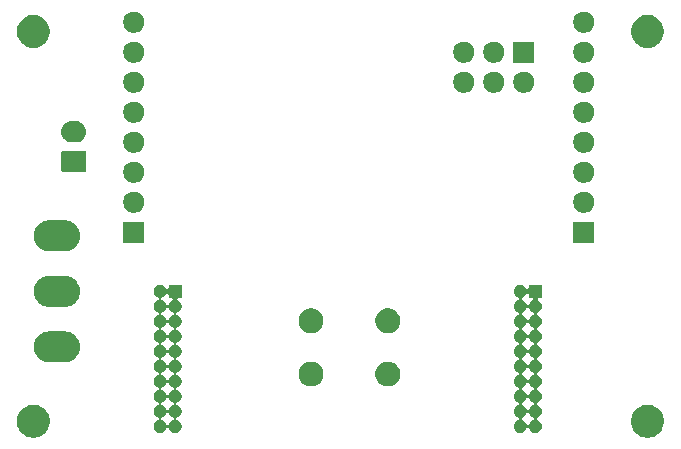
<source format=gbs>
G04 #@! TF.GenerationSoftware,KiCad,Pcbnew,5.1.5-52549c5~84~ubuntu18.04.1*
G04 #@! TF.CreationDate,2019-12-20T17:02:27+05:30*
G04 #@! TF.ProjectId,senseble_rev1,73656e73-6562-46c6-955f-726576312e6b,rev?*
G04 #@! TF.SameCoordinates,Original*
G04 #@! TF.FileFunction,Soldermask,Bot*
G04 #@! TF.FilePolarity,Negative*
%FSLAX46Y46*%
G04 Gerber Fmt 4.6, Leading zero omitted, Abs format (unit mm)*
G04 Created by KiCad (PCBNEW 5.1.5-52549c5~84~ubuntu18.04.1) date 2019-12-20 17:02:27*
%MOMM*%
%LPD*%
G04 APERTURE LIST*
%ADD10C,0.100000*%
G04 APERTURE END LIST*
D10*
G36*
X55288472Y-44628933D02*
G01*
X55408657Y-44652839D01*
X55454215Y-44671710D01*
X55663621Y-44758449D01*
X55663622Y-44758450D01*
X55893086Y-44911772D01*
X56088228Y-45106914D01*
X56190675Y-45260237D01*
X56241551Y-45336379D01*
X56303415Y-45485733D01*
X56345773Y-45587991D01*
X56347161Y-45591344D01*
X56401000Y-45862012D01*
X56401000Y-46137988D01*
X56347161Y-46408656D01*
X56241551Y-46663621D01*
X56190675Y-46739763D01*
X56088228Y-46893086D01*
X55893086Y-47088228D01*
X55739763Y-47190675D01*
X55663621Y-47241551D01*
X55514267Y-47303415D01*
X55408657Y-47347161D01*
X55318433Y-47365107D01*
X55137988Y-47401000D01*
X54862012Y-47401000D01*
X54681567Y-47365107D01*
X54591343Y-47347161D01*
X54485733Y-47303415D01*
X54336379Y-47241551D01*
X54260237Y-47190675D01*
X54106914Y-47088228D01*
X53911772Y-46893086D01*
X53809325Y-46739763D01*
X53758449Y-46663621D01*
X53652839Y-46408656D01*
X53599000Y-46137988D01*
X53599000Y-45862012D01*
X53652839Y-45591344D01*
X53654228Y-45587991D01*
X53696585Y-45485733D01*
X53758449Y-45336379D01*
X53809325Y-45260237D01*
X53911772Y-45106914D01*
X54106914Y-44911772D01*
X54336378Y-44758450D01*
X54336379Y-44758449D01*
X54545785Y-44671710D01*
X54591343Y-44652839D01*
X54711528Y-44628933D01*
X54862012Y-44599000D01*
X55137988Y-44599000D01*
X55288472Y-44628933D01*
G37*
G36*
X3288472Y-44628933D02*
G01*
X3408657Y-44652839D01*
X3454215Y-44671710D01*
X3663621Y-44758449D01*
X3663622Y-44758450D01*
X3893086Y-44911772D01*
X4088228Y-45106914D01*
X4190675Y-45260237D01*
X4241551Y-45336379D01*
X4303415Y-45485733D01*
X4345773Y-45587991D01*
X4347161Y-45591344D01*
X4401000Y-45862012D01*
X4401000Y-46137988D01*
X4347161Y-46408656D01*
X4241551Y-46663621D01*
X4190675Y-46739763D01*
X4088228Y-46893086D01*
X3893086Y-47088228D01*
X3739763Y-47190675D01*
X3663621Y-47241551D01*
X3514267Y-47303415D01*
X3408657Y-47347161D01*
X3318433Y-47365107D01*
X3137988Y-47401000D01*
X2862012Y-47401000D01*
X2681567Y-47365107D01*
X2591343Y-47347161D01*
X2485733Y-47303415D01*
X2336379Y-47241551D01*
X2260237Y-47190675D01*
X2106914Y-47088228D01*
X1911772Y-46893086D01*
X1809325Y-46739763D01*
X1758449Y-46663621D01*
X1652839Y-46408656D01*
X1599000Y-46137988D01*
X1599000Y-45862012D01*
X1652839Y-45591344D01*
X1654228Y-45587991D01*
X1696585Y-45485733D01*
X1758449Y-45336379D01*
X1809325Y-45260237D01*
X1911772Y-45106914D01*
X2106914Y-44911772D01*
X2336378Y-44758450D01*
X2336379Y-44758449D01*
X2545785Y-44671710D01*
X2591343Y-44652839D01*
X2711528Y-44628933D01*
X2862012Y-44599000D01*
X3137988Y-44599000D01*
X3288472Y-44628933D01*
G37*
G36*
X44390721Y-34470174D02*
G01*
X44490995Y-34511709D01*
X44490996Y-34511710D01*
X44581242Y-34572010D01*
X44657990Y-34648758D01*
X44657991Y-34648760D01*
X44720068Y-34741664D01*
X44735614Y-34760606D01*
X44754556Y-34776151D01*
X44776167Y-34787702D01*
X44799615Y-34794815D01*
X44824002Y-34797217D01*
X44848388Y-34794815D01*
X44871837Y-34787702D01*
X44893447Y-34776151D01*
X44912389Y-34760605D01*
X44927934Y-34741663D01*
X44939485Y-34720052D01*
X44946598Y-34696604D01*
X44949000Y-34672218D01*
X44949000Y-34449000D01*
X46051000Y-34449000D01*
X46051000Y-35551000D01*
X45827782Y-35551000D01*
X45803396Y-35553402D01*
X45779947Y-35560515D01*
X45758336Y-35572066D01*
X45739394Y-35587611D01*
X45723849Y-35606553D01*
X45712298Y-35628164D01*
X45705185Y-35651613D01*
X45702783Y-35675999D01*
X45705185Y-35700385D01*
X45712298Y-35723834D01*
X45723849Y-35745445D01*
X45739394Y-35764387D01*
X45758336Y-35779932D01*
X45819816Y-35821012D01*
X45851242Y-35842010D01*
X45927990Y-35918758D01*
X45927991Y-35918760D01*
X45988291Y-36009005D01*
X46029826Y-36109279D01*
X46051000Y-36215730D01*
X46051000Y-36324270D01*
X46029826Y-36430721D01*
X45988291Y-36530995D01*
X45988290Y-36530996D01*
X45927990Y-36621242D01*
X45851242Y-36697990D01*
X45805812Y-36728345D01*
X45760995Y-36758291D01*
X45685611Y-36789516D01*
X45664000Y-36801067D01*
X45645059Y-36816612D01*
X45629513Y-36835554D01*
X45617962Y-36857165D01*
X45610849Y-36880614D01*
X45608447Y-36905000D01*
X45610849Y-36929386D01*
X45617962Y-36952835D01*
X45629513Y-36974446D01*
X45645058Y-36993387D01*
X45664000Y-37008933D01*
X45685611Y-37020484D01*
X45760995Y-37051709D01*
X45760996Y-37051710D01*
X45851242Y-37112010D01*
X45927990Y-37188758D01*
X45958345Y-37234188D01*
X45988291Y-37279005D01*
X46029826Y-37379279D01*
X46051000Y-37485730D01*
X46051000Y-37594270D01*
X46029826Y-37700721D01*
X45988291Y-37800995D01*
X45988290Y-37800996D01*
X45927990Y-37891242D01*
X45851242Y-37967990D01*
X45806578Y-37997833D01*
X45760995Y-38028291D01*
X45685611Y-38059516D01*
X45664000Y-38071067D01*
X45645059Y-38086612D01*
X45629513Y-38105554D01*
X45617962Y-38127165D01*
X45610849Y-38150614D01*
X45608447Y-38175000D01*
X45610849Y-38199386D01*
X45617962Y-38222835D01*
X45629513Y-38244446D01*
X45645058Y-38263387D01*
X45664000Y-38278933D01*
X45685611Y-38290484D01*
X45760995Y-38321709D01*
X45760996Y-38321710D01*
X45851242Y-38382010D01*
X45927990Y-38458758D01*
X45927991Y-38458760D01*
X45988291Y-38549005D01*
X46029826Y-38649279D01*
X46051000Y-38755730D01*
X46051000Y-38864270D01*
X46029826Y-38970721D01*
X45988291Y-39070995D01*
X45988290Y-39070996D01*
X45927990Y-39161242D01*
X45851242Y-39237990D01*
X45805812Y-39268345D01*
X45760995Y-39298291D01*
X45685611Y-39329516D01*
X45664000Y-39341067D01*
X45645059Y-39356612D01*
X45629513Y-39375554D01*
X45617962Y-39397165D01*
X45610849Y-39420614D01*
X45608447Y-39445000D01*
X45610849Y-39469386D01*
X45617962Y-39492835D01*
X45629513Y-39514446D01*
X45645058Y-39533387D01*
X45664000Y-39548933D01*
X45685611Y-39560484D01*
X45760995Y-39591709D01*
X45760996Y-39591710D01*
X45851242Y-39652010D01*
X45927990Y-39728758D01*
X45927991Y-39728760D01*
X45988291Y-39819005D01*
X46029826Y-39919279D01*
X46051000Y-40025730D01*
X46051000Y-40134270D01*
X46029826Y-40240721D01*
X45988291Y-40340995D01*
X45988290Y-40340996D01*
X45927990Y-40431242D01*
X45851242Y-40507990D01*
X45805812Y-40538345D01*
X45760995Y-40568291D01*
X45685611Y-40599516D01*
X45664000Y-40611067D01*
X45645059Y-40626612D01*
X45629513Y-40645554D01*
X45617962Y-40667165D01*
X45610849Y-40690614D01*
X45608447Y-40715000D01*
X45610849Y-40739386D01*
X45617962Y-40762835D01*
X45629513Y-40784446D01*
X45645058Y-40803387D01*
X45664000Y-40818933D01*
X45685611Y-40830484D01*
X45760995Y-40861709D01*
X45760996Y-40861710D01*
X45851242Y-40922010D01*
X45927990Y-40998758D01*
X45927991Y-40998760D01*
X45988291Y-41089005D01*
X46029826Y-41189279D01*
X46051000Y-41295730D01*
X46051000Y-41404270D01*
X46029826Y-41510721D01*
X45988291Y-41610995D01*
X45988290Y-41610996D01*
X45927990Y-41701242D01*
X45851242Y-41777990D01*
X45805812Y-41808345D01*
X45760995Y-41838291D01*
X45685611Y-41869516D01*
X45664000Y-41881067D01*
X45645059Y-41896612D01*
X45629513Y-41915554D01*
X45617962Y-41937165D01*
X45610849Y-41960614D01*
X45608447Y-41985000D01*
X45610849Y-42009386D01*
X45617962Y-42032835D01*
X45629513Y-42054446D01*
X45645058Y-42073387D01*
X45664000Y-42088933D01*
X45685611Y-42100484D01*
X45760995Y-42131709D01*
X45760996Y-42131710D01*
X45851242Y-42192010D01*
X45927990Y-42268758D01*
X45927991Y-42268760D01*
X45988291Y-42359005D01*
X46029826Y-42459279D01*
X46051000Y-42565730D01*
X46051000Y-42674270D01*
X46029826Y-42780721D01*
X45988291Y-42880995D01*
X45988290Y-42880996D01*
X45927990Y-42971242D01*
X45851242Y-43047990D01*
X45846737Y-43051000D01*
X45760995Y-43108291D01*
X45685611Y-43139516D01*
X45664000Y-43151067D01*
X45645059Y-43166612D01*
X45629513Y-43185554D01*
X45617962Y-43207165D01*
X45610849Y-43230614D01*
X45608447Y-43255000D01*
X45610849Y-43279386D01*
X45617962Y-43302835D01*
X45629513Y-43324446D01*
X45645058Y-43343387D01*
X45664000Y-43358933D01*
X45685611Y-43370484D01*
X45760995Y-43401709D01*
X45760996Y-43401710D01*
X45851242Y-43462010D01*
X45927990Y-43538758D01*
X45927991Y-43538760D01*
X45988291Y-43629005D01*
X46029826Y-43729279D01*
X46051000Y-43835730D01*
X46051000Y-43944270D01*
X46029826Y-44050721D01*
X45988291Y-44150995D01*
X45988290Y-44150996D01*
X45927990Y-44241242D01*
X45851242Y-44317990D01*
X45805812Y-44348345D01*
X45760995Y-44378291D01*
X45685611Y-44409516D01*
X45664000Y-44421067D01*
X45645059Y-44436612D01*
X45629513Y-44455554D01*
X45617962Y-44477165D01*
X45610849Y-44500614D01*
X45608447Y-44525000D01*
X45610849Y-44549386D01*
X45617962Y-44572835D01*
X45629513Y-44594446D01*
X45645058Y-44613387D01*
X45664000Y-44628933D01*
X45685611Y-44640484D01*
X45760995Y-44671709D01*
X45760996Y-44671710D01*
X45851242Y-44732010D01*
X45927990Y-44808758D01*
X45927991Y-44808760D01*
X45988291Y-44899005D01*
X46029826Y-44999279D01*
X46051000Y-45105730D01*
X46051000Y-45214270D01*
X46029826Y-45320721D01*
X45988291Y-45420995D01*
X45988290Y-45420996D01*
X45927990Y-45511242D01*
X45851242Y-45587990D01*
X45846222Y-45591344D01*
X45760995Y-45648291D01*
X45685611Y-45679516D01*
X45664000Y-45691067D01*
X45645059Y-45706612D01*
X45629513Y-45725554D01*
X45617962Y-45747165D01*
X45610849Y-45770614D01*
X45608447Y-45795000D01*
X45610849Y-45819386D01*
X45617962Y-45842835D01*
X45629513Y-45864446D01*
X45645058Y-45883387D01*
X45664000Y-45898933D01*
X45685611Y-45910484D01*
X45760995Y-45941709D01*
X45760996Y-45941710D01*
X45851242Y-46002010D01*
X45927990Y-46078758D01*
X45927991Y-46078760D01*
X45988291Y-46169005D01*
X46029826Y-46269279D01*
X46051000Y-46375730D01*
X46051000Y-46484270D01*
X46029826Y-46590721D01*
X45988291Y-46690995D01*
X45988290Y-46690996D01*
X45927990Y-46781242D01*
X45851242Y-46857990D01*
X45805812Y-46888345D01*
X45760995Y-46918291D01*
X45660721Y-46959826D01*
X45554270Y-46981000D01*
X45445730Y-46981000D01*
X45339279Y-46959826D01*
X45239005Y-46918291D01*
X45194188Y-46888345D01*
X45148758Y-46857990D01*
X45072010Y-46781242D01*
X45011710Y-46690996D01*
X45011709Y-46690995D01*
X44980484Y-46615611D01*
X44968933Y-46594000D01*
X44953388Y-46575059D01*
X44934446Y-46559513D01*
X44912835Y-46547962D01*
X44889386Y-46540849D01*
X44865000Y-46538447D01*
X44840614Y-46540849D01*
X44817165Y-46547962D01*
X44795554Y-46559513D01*
X44776613Y-46575058D01*
X44761067Y-46594000D01*
X44749516Y-46615611D01*
X44718291Y-46690995D01*
X44718290Y-46690996D01*
X44657990Y-46781242D01*
X44581242Y-46857990D01*
X44535812Y-46888345D01*
X44490995Y-46918291D01*
X44390721Y-46959826D01*
X44284270Y-46981000D01*
X44175730Y-46981000D01*
X44069279Y-46959826D01*
X43969005Y-46918291D01*
X43924188Y-46888345D01*
X43878758Y-46857990D01*
X43802010Y-46781242D01*
X43741710Y-46690996D01*
X43741709Y-46690995D01*
X43700174Y-46590721D01*
X43679000Y-46484270D01*
X43679000Y-46375730D01*
X43700174Y-46269279D01*
X43741709Y-46169005D01*
X43802009Y-46078760D01*
X43802010Y-46078758D01*
X43878758Y-46002010D01*
X43969004Y-45941710D01*
X43969005Y-45941709D01*
X44044389Y-45910484D01*
X44066000Y-45898933D01*
X44084941Y-45883388D01*
X44100487Y-45864446D01*
X44112038Y-45842835D01*
X44119151Y-45819386D01*
X44121553Y-45795000D01*
X44338447Y-45795000D01*
X44340849Y-45819386D01*
X44347962Y-45842835D01*
X44359513Y-45864446D01*
X44375058Y-45883387D01*
X44394000Y-45898933D01*
X44415611Y-45910484D01*
X44490995Y-45941709D01*
X44490996Y-45941710D01*
X44581242Y-46002010D01*
X44657990Y-46078758D01*
X44657991Y-46078760D01*
X44718291Y-46169005D01*
X44749516Y-46244389D01*
X44761067Y-46266000D01*
X44776612Y-46284941D01*
X44795554Y-46300487D01*
X44817165Y-46312038D01*
X44840614Y-46319151D01*
X44865000Y-46321553D01*
X44889386Y-46319151D01*
X44912835Y-46312038D01*
X44934446Y-46300487D01*
X44953387Y-46284942D01*
X44968933Y-46266000D01*
X44980484Y-46244389D01*
X45011709Y-46169005D01*
X45072009Y-46078760D01*
X45072010Y-46078758D01*
X45148758Y-46002010D01*
X45239004Y-45941710D01*
X45239005Y-45941709D01*
X45314389Y-45910484D01*
X45336000Y-45898933D01*
X45354941Y-45883388D01*
X45370487Y-45864446D01*
X45382038Y-45842835D01*
X45389151Y-45819386D01*
X45391553Y-45795000D01*
X45389151Y-45770614D01*
X45382038Y-45747165D01*
X45370487Y-45725554D01*
X45354942Y-45706613D01*
X45336000Y-45691067D01*
X45314389Y-45679516D01*
X45239005Y-45648291D01*
X45153778Y-45591344D01*
X45148758Y-45587990D01*
X45072010Y-45511242D01*
X45011710Y-45420996D01*
X45011709Y-45420995D01*
X44980484Y-45345611D01*
X44968933Y-45324000D01*
X44953388Y-45305059D01*
X44934446Y-45289513D01*
X44912835Y-45277962D01*
X44889386Y-45270849D01*
X44865000Y-45268447D01*
X44840614Y-45270849D01*
X44817165Y-45277962D01*
X44795554Y-45289513D01*
X44776613Y-45305058D01*
X44761067Y-45324000D01*
X44749516Y-45345611D01*
X44718291Y-45420995D01*
X44718290Y-45420996D01*
X44657990Y-45511242D01*
X44581242Y-45587990D01*
X44576222Y-45591344D01*
X44490995Y-45648291D01*
X44415611Y-45679516D01*
X44394000Y-45691067D01*
X44375059Y-45706612D01*
X44359513Y-45725554D01*
X44347962Y-45747165D01*
X44340849Y-45770614D01*
X44338447Y-45795000D01*
X44121553Y-45795000D01*
X44119151Y-45770614D01*
X44112038Y-45747165D01*
X44100487Y-45725554D01*
X44084942Y-45706613D01*
X44066000Y-45691067D01*
X44044389Y-45679516D01*
X43969005Y-45648291D01*
X43883778Y-45591344D01*
X43878758Y-45587990D01*
X43802010Y-45511242D01*
X43741710Y-45420996D01*
X43741709Y-45420995D01*
X43700174Y-45320721D01*
X43679000Y-45214270D01*
X43679000Y-45105730D01*
X43700174Y-44999279D01*
X43741709Y-44899005D01*
X43802009Y-44808760D01*
X43802010Y-44808758D01*
X43878758Y-44732010D01*
X43969004Y-44671710D01*
X43969005Y-44671709D01*
X44044389Y-44640484D01*
X44066000Y-44628933D01*
X44084941Y-44613388D01*
X44100487Y-44594446D01*
X44112038Y-44572835D01*
X44119151Y-44549386D01*
X44121553Y-44525000D01*
X44338447Y-44525000D01*
X44340849Y-44549386D01*
X44347962Y-44572835D01*
X44359513Y-44594446D01*
X44375058Y-44613387D01*
X44394000Y-44628933D01*
X44415611Y-44640484D01*
X44490995Y-44671709D01*
X44490996Y-44671710D01*
X44581242Y-44732010D01*
X44657990Y-44808758D01*
X44657991Y-44808760D01*
X44718291Y-44899005D01*
X44749516Y-44974389D01*
X44761067Y-44996000D01*
X44776612Y-45014941D01*
X44795554Y-45030487D01*
X44817165Y-45042038D01*
X44840614Y-45049151D01*
X44865000Y-45051553D01*
X44889386Y-45049151D01*
X44912835Y-45042038D01*
X44934446Y-45030487D01*
X44953387Y-45014942D01*
X44968933Y-44996000D01*
X44980484Y-44974389D01*
X45011709Y-44899005D01*
X45072009Y-44808760D01*
X45072010Y-44808758D01*
X45148758Y-44732010D01*
X45239004Y-44671710D01*
X45239005Y-44671709D01*
X45314389Y-44640484D01*
X45336000Y-44628933D01*
X45354941Y-44613388D01*
X45370487Y-44594446D01*
X45382038Y-44572835D01*
X45389151Y-44549386D01*
X45391553Y-44525000D01*
X45389151Y-44500614D01*
X45382038Y-44477165D01*
X45370487Y-44455554D01*
X45354942Y-44436613D01*
X45336000Y-44421067D01*
X45314389Y-44409516D01*
X45239005Y-44378291D01*
X45194188Y-44348345D01*
X45148758Y-44317990D01*
X45072010Y-44241242D01*
X45011710Y-44150996D01*
X45011709Y-44150995D01*
X44980484Y-44075611D01*
X44968933Y-44054000D01*
X44953388Y-44035059D01*
X44934446Y-44019513D01*
X44912835Y-44007962D01*
X44889386Y-44000849D01*
X44865000Y-43998447D01*
X44840614Y-44000849D01*
X44817165Y-44007962D01*
X44795554Y-44019513D01*
X44776613Y-44035058D01*
X44761067Y-44054000D01*
X44749516Y-44075611D01*
X44718291Y-44150995D01*
X44718290Y-44150996D01*
X44657990Y-44241242D01*
X44581242Y-44317990D01*
X44535812Y-44348345D01*
X44490995Y-44378291D01*
X44415611Y-44409516D01*
X44394000Y-44421067D01*
X44375059Y-44436612D01*
X44359513Y-44455554D01*
X44347962Y-44477165D01*
X44340849Y-44500614D01*
X44338447Y-44525000D01*
X44121553Y-44525000D01*
X44119151Y-44500614D01*
X44112038Y-44477165D01*
X44100487Y-44455554D01*
X44084942Y-44436613D01*
X44066000Y-44421067D01*
X44044389Y-44409516D01*
X43969005Y-44378291D01*
X43924188Y-44348345D01*
X43878758Y-44317990D01*
X43802010Y-44241242D01*
X43741710Y-44150996D01*
X43741709Y-44150995D01*
X43700174Y-44050721D01*
X43679000Y-43944270D01*
X43679000Y-43835730D01*
X43700174Y-43729279D01*
X43741709Y-43629005D01*
X43802009Y-43538760D01*
X43802010Y-43538758D01*
X43878758Y-43462010D01*
X43969004Y-43401710D01*
X43969005Y-43401709D01*
X44044389Y-43370484D01*
X44066000Y-43358933D01*
X44084941Y-43343388D01*
X44100487Y-43324446D01*
X44112038Y-43302835D01*
X44119151Y-43279386D01*
X44121553Y-43255000D01*
X44338447Y-43255000D01*
X44340849Y-43279386D01*
X44347962Y-43302835D01*
X44359513Y-43324446D01*
X44375058Y-43343387D01*
X44394000Y-43358933D01*
X44415611Y-43370484D01*
X44490995Y-43401709D01*
X44490996Y-43401710D01*
X44581242Y-43462010D01*
X44657990Y-43538758D01*
X44657991Y-43538760D01*
X44718291Y-43629005D01*
X44749516Y-43704389D01*
X44761067Y-43726000D01*
X44776612Y-43744941D01*
X44795554Y-43760487D01*
X44817165Y-43772038D01*
X44840614Y-43779151D01*
X44865000Y-43781553D01*
X44889386Y-43779151D01*
X44912835Y-43772038D01*
X44934446Y-43760487D01*
X44953387Y-43744942D01*
X44968933Y-43726000D01*
X44980484Y-43704389D01*
X45011709Y-43629005D01*
X45072009Y-43538760D01*
X45072010Y-43538758D01*
X45148758Y-43462010D01*
X45239004Y-43401710D01*
X45239005Y-43401709D01*
X45314389Y-43370484D01*
X45336000Y-43358933D01*
X45354941Y-43343388D01*
X45370487Y-43324446D01*
X45382038Y-43302835D01*
X45389151Y-43279386D01*
X45391553Y-43255000D01*
X45389151Y-43230614D01*
X45382038Y-43207165D01*
X45370487Y-43185554D01*
X45354942Y-43166613D01*
X45336000Y-43151067D01*
X45314389Y-43139516D01*
X45239005Y-43108291D01*
X45153263Y-43051000D01*
X45148758Y-43047990D01*
X45072010Y-42971242D01*
X45011710Y-42880996D01*
X45011709Y-42880995D01*
X44980484Y-42805611D01*
X44968933Y-42784000D01*
X44953388Y-42765059D01*
X44934446Y-42749513D01*
X44912835Y-42737962D01*
X44889386Y-42730849D01*
X44865000Y-42728447D01*
X44840614Y-42730849D01*
X44817165Y-42737962D01*
X44795554Y-42749513D01*
X44776613Y-42765058D01*
X44761067Y-42784000D01*
X44749516Y-42805611D01*
X44718291Y-42880995D01*
X44718290Y-42880996D01*
X44657990Y-42971242D01*
X44581242Y-43047990D01*
X44576737Y-43051000D01*
X44490995Y-43108291D01*
X44415611Y-43139516D01*
X44394000Y-43151067D01*
X44375059Y-43166612D01*
X44359513Y-43185554D01*
X44347962Y-43207165D01*
X44340849Y-43230614D01*
X44338447Y-43255000D01*
X44121553Y-43255000D01*
X44119151Y-43230614D01*
X44112038Y-43207165D01*
X44100487Y-43185554D01*
X44084942Y-43166613D01*
X44066000Y-43151067D01*
X44044389Y-43139516D01*
X43969005Y-43108291D01*
X43883263Y-43051000D01*
X43878758Y-43047990D01*
X43802010Y-42971242D01*
X43741710Y-42880996D01*
X43741709Y-42880995D01*
X43700174Y-42780721D01*
X43679000Y-42674270D01*
X43679000Y-42565730D01*
X43700174Y-42459279D01*
X43741709Y-42359005D01*
X43802009Y-42268760D01*
X43802010Y-42268758D01*
X43878758Y-42192010D01*
X43969004Y-42131710D01*
X43969005Y-42131709D01*
X44044389Y-42100484D01*
X44066000Y-42088933D01*
X44084941Y-42073388D01*
X44100487Y-42054446D01*
X44112038Y-42032835D01*
X44119151Y-42009386D01*
X44121553Y-41985000D01*
X44338447Y-41985000D01*
X44340849Y-42009386D01*
X44347962Y-42032835D01*
X44359513Y-42054446D01*
X44375058Y-42073387D01*
X44394000Y-42088933D01*
X44415611Y-42100484D01*
X44490995Y-42131709D01*
X44490996Y-42131710D01*
X44581242Y-42192010D01*
X44657990Y-42268758D01*
X44657991Y-42268760D01*
X44718291Y-42359005D01*
X44749516Y-42434389D01*
X44761067Y-42456000D01*
X44776612Y-42474941D01*
X44795554Y-42490487D01*
X44817165Y-42502038D01*
X44840614Y-42509151D01*
X44865000Y-42511553D01*
X44889386Y-42509151D01*
X44912835Y-42502038D01*
X44934446Y-42490487D01*
X44953387Y-42474942D01*
X44968933Y-42456000D01*
X44980484Y-42434389D01*
X45011709Y-42359005D01*
X45072009Y-42268760D01*
X45072010Y-42268758D01*
X45148758Y-42192010D01*
X45239004Y-42131710D01*
X45239005Y-42131709D01*
X45314389Y-42100484D01*
X45336000Y-42088933D01*
X45354941Y-42073388D01*
X45370487Y-42054446D01*
X45382038Y-42032835D01*
X45389151Y-42009386D01*
X45391553Y-41985000D01*
X45389151Y-41960614D01*
X45382038Y-41937165D01*
X45370487Y-41915554D01*
X45354942Y-41896613D01*
X45336000Y-41881067D01*
X45314389Y-41869516D01*
X45239005Y-41838291D01*
X45194188Y-41808345D01*
X45148758Y-41777990D01*
X45072010Y-41701242D01*
X45011710Y-41610996D01*
X45011709Y-41610995D01*
X44980484Y-41535611D01*
X44968933Y-41514000D01*
X44953388Y-41495059D01*
X44934446Y-41479513D01*
X44912835Y-41467962D01*
X44889386Y-41460849D01*
X44865000Y-41458447D01*
X44840614Y-41460849D01*
X44817165Y-41467962D01*
X44795554Y-41479513D01*
X44776613Y-41495058D01*
X44761067Y-41514000D01*
X44749516Y-41535611D01*
X44718291Y-41610995D01*
X44718290Y-41610996D01*
X44657990Y-41701242D01*
X44581242Y-41777990D01*
X44535812Y-41808345D01*
X44490995Y-41838291D01*
X44415611Y-41869516D01*
X44394000Y-41881067D01*
X44375059Y-41896612D01*
X44359513Y-41915554D01*
X44347962Y-41937165D01*
X44340849Y-41960614D01*
X44338447Y-41985000D01*
X44121553Y-41985000D01*
X44119151Y-41960614D01*
X44112038Y-41937165D01*
X44100487Y-41915554D01*
X44084942Y-41896613D01*
X44066000Y-41881067D01*
X44044389Y-41869516D01*
X43969005Y-41838291D01*
X43924188Y-41808345D01*
X43878758Y-41777990D01*
X43802010Y-41701242D01*
X43741710Y-41610996D01*
X43741709Y-41610995D01*
X43700174Y-41510721D01*
X43679000Y-41404270D01*
X43679000Y-41295730D01*
X43700174Y-41189279D01*
X43741709Y-41089005D01*
X43802009Y-40998760D01*
X43802010Y-40998758D01*
X43878758Y-40922010D01*
X43969004Y-40861710D01*
X43969005Y-40861709D01*
X44044389Y-40830484D01*
X44066000Y-40818933D01*
X44084941Y-40803388D01*
X44100487Y-40784446D01*
X44112038Y-40762835D01*
X44119151Y-40739386D01*
X44121553Y-40715000D01*
X44338447Y-40715000D01*
X44340849Y-40739386D01*
X44347962Y-40762835D01*
X44359513Y-40784446D01*
X44375058Y-40803387D01*
X44394000Y-40818933D01*
X44415611Y-40830484D01*
X44490995Y-40861709D01*
X44490996Y-40861710D01*
X44581242Y-40922010D01*
X44657990Y-40998758D01*
X44657991Y-40998760D01*
X44718291Y-41089005D01*
X44749516Y-41164389D01*
X44761067Y-41186000D01*
X44776612Y-41204941D01*
X44795554Y-41220487D01*
X44817165Y-41232038D01*
X44840614Y-41239151D01*
X44865000Y-41241553D01*
X44889386Y-41239151D01*
X44912835Y-41232038D01*
X44934446Y-41220487D01*
X44953387Y-41204942D01*
X44968933Y-41186000D01*
X44980484Y-41164389D01*
X45011709Y-41089005D01*
X45072009Y-40998760D01*
X45072010Y-40998758D01*
X45148758Y-40922010D01*
X45239004Y-40861710D01*
X45239005Y-40861709D01*
X45314389Y-40830484D01*
X45336000Y-40818933D01*
X45354941Y-40803388D01*
X45370487Y-40784446D01*
X45382038Y-40762835D01*
X45389151Y-40739386D01*
X45391553Y-40715000D01*
X45389151Y-40690614D01*
X45382038Y-40667165D01*
X45370487Y-40645554D01*
X45354942Y-40626613D01*
X45336000Y-40611067D01*
X45314389Y-40599516D01*
X45239005Y-40568291D01*
X45194188Y-40538345D01*
X45148758Y-40507990D01*
X45072010Y-40431242D01*
X45011710Y-40340996D01*
X45011709Y-40340995D01*
X44980484Y-40265611D01*
X44968933Y-40244000D01*
X44953388Y-40225059D01*
X44934446Y-40209513D01*
X44912835Y-40197962D01*
X44889386Y-40190849D01*
X44865000Y-40188447D01*
X44840614Y-40190849D01*
X44817165Y-40197962D01*
X44795554Y-40209513D01*
X44776613Y-40225058D01*
X44761067Y-40244000D01*
X44749516Y-40265611D01*
X44718291Y-40340995D01*
X44718290Y-40340996D01*
X44657990Y-40431242D01*
X44581242Y-40507990D01*
X44535812Y-40538345D01*
X44490995Y-40568291D01*
X44415611Y-40599516D01*
X44394000Y-40611067D01*
X44375059Y-40626612D01*
X44359513Y-40645554D01*
X44347962Y-40667165D01*
X44340849Y-40690614D01*
X44338447Y-40715000D01*
X44121553Y-40715000D01*
X44119151Y-40690614D01*
X44112038Y-40667165D01*
X44100487Y-40645554D01*
X44084942Y-40626613D01*
X44066000Y-40611067D01*
X44044389Y-40599516D01*
X43969005Y-40568291D01*
X43924188Y-40538345D01*
X43878758Y-40507990D01*
X43802010Y-40431242D01*
X43741710Y-40340996D01*
X43741709Y-40340995D01*
X43700174Y-40240721D01*
X43679000Y-40134270D01*
X43679000Y-40025730D01*
X43700174Y-39919279D01*
X43741709Y-39819005D01*
X43802009Y-39728760D01*
X43802010Y-39728758D01*
X43878758Y-39652010D01*
X43969004Y-39591710D01*
X43969005Y-39591709D01*
X44044389Y-39560484D01*
X44066000Y-39548933D01*
X44084941Y-39533388D01*
X44100487Y-39514446D01*
X44112038Y-39492835D01*
X44119151Y-39469386D01*
X44121553Y-39445000D01*
X44338447Y-39445000D01*
X44340849Y-39469386D01*
X44347962Y-39492835D01*
X44359513Y-39514446D01*
X44375058Y-39533387D01*
X44394000Y-39548933D01*
X44415611Y-39560484D01*
X44490995Y-39591709D01*
X44490996Y-39591710D01*
X44581242Y-39652010D01*
X44657990Y-39728758D01*
X44657991Y-39728760D01*
X44718291Y-39819005D01*
X44749516Y-39894389D01*
X44761067Y-39916000D01*
X44776612Y-39934941D01*
X44795554Y-39950487D01*
X44817165Y-39962038D01*
X44840614Y-39969151D01*
X44865000Y-39971553D01*
X44889386Y-39969151D01*
X44912835Y-39962038D01*
X44934446Y-39950487D01*
X44953387Y-39934942D01*
X44968933Y-39916000D01*
X44980484Y-39894389D01*
X45011709Y-39819005D01*
X45072009Y-39728760D01*
X45072010Y-39728758D01*
X45148758Y-39652010D01*
X45239004Y-39591710D01*
X45239005Y-39591709D01*
X45314389Y-39560484D01*
X45336000Y-39548933D01*
X45354941Y-39533388D01*
X45370487Y-39514446D01*
X45382038Y-39492835D01*
X45389151Y-39469386D01*
X45391553Y-39445000D01*
X45389151Y-39420614D01*
X45382038Y-39397165D01*
X45370487Y-39375554D01*
X45354942Y-39356613D01*
X45336000Y-39341067D01*
X45314389Y-39329516D01*
X45239005Y-39298291D01*
X45194188Y-39268345D01*
X45148758Y-39237990D01*
X45072010Y-39161242D01*
X45011710Y-39070996D01*
X45011709Y-39070995D01*
X44980484Y-38995611D01*
X44968933Y-38974000D01*
X44953388Y-38955059D01*
X44934446Y-38939513D01*
X44912835Y-38927962D01*
X44889386Y-38920849D01*
X44865000Y-38918447D01*
X44840614Y-38920849D01*
X44817165Y-38927962D01*
X44795554Y-38939513D01*
X44776613Y-38955058D01*
X44761067Y-38974000D01*
X44749516Y-38995611D01*
X44718291Y-39070995D01*
X44718290Y-39070996D01*
X44657990Y-39161242D01*
X44581242Y-39237990D01*
X44535812Y-39268345D01*
X44490995Y-39298291D01*
X44415611Y-39329516D01*
X44394000Y-39341067D01*
X44375059Y-39356612D01*
X44359513Y-39375554D01*
X44347962Y-39397165D01*
X44340849Y-39420614D01*
X44338447Y-39445000D01*
X44121553Y-39445000D01*
X44119151Y-39420614D01*
X44112038Y-39397165D01*
X44100487Y-39375554D01*
X44084942Y-39356613D01*
X44066000Y-39341067D01*
X44044389Y-39329516D01*
X43969005Y-39298291D01*
X43924188Y-39268345D01*
X43878758Y-39237990D01*
X43802010Y-39161242D01*
X43741710Y-39070996D01*
X43741709Y-39070995D01*
X43700174Y-38970721D01*
X43679000Y-38864270D01*
X43679000Y-38755730D01*
X43700174Y-38649279D01*
X43741709Y-38549005D01*
X43802009Y-38458760D01*
X43802010Y-38458758D01*
X43878758Y-38382010D01*
X43969004Y-38321710D01*
X43969005Y-38321709D01*
X44044389Y-38290484D01*
X44066000Y-38278933D01*
X44084941Y-38263388D01*
X44100487Y-38244446D01*
X44112038Y-38222835D01*
X44119151Y-38199386D01*
X44121553Y-38175000D01*
X44338447Y-38175000D01*
X44340849Y-38199386D01*
X44347962Y-38222835D01*
X44359513Y-38244446D01*
X44375058Y-38263387D01*
X44394000Y-38278933D01*
X44415611Y-38290484D01*
X44490995Y-38321709D01*
X44490996Y-38321710D01*
X44581242Y-38382010D01*
X44657990Y-38458758D01*
X44657991Y-38458760D01*
X44718291Y-38549005D01*
X44749516Y-38624389D01*
X44761067Y-38646000D01*
X44776612Y-38664941D01*
X44795554Y-38680487D01*
X44817165Y-38692038D01*
X44840614Y-38699151D01*
X44865000Y-38701553D01*
X44889386Y-38699151D01*
X44912835Y-38692038D01*
X44934446Y-38680487D01*
X44953387Y-38664942D01*
X44968933Y-38646000D01*
X44980484Y-38624389D01*
X45011709Y-38549005D01*
X45072009Y-38458760D01*
X45072010Y-38458758D01*
X45148758Y-38382010D01*
X45239004Y-38321710D01*
X45239005Y-38321709D01*
X45314389Y-38290484D01*
X45336000Y-38278933D01*
X45354941Y-38263388D01*
X45370487Y-38244446D01*
X45382038Y-38222835D01*
X45389151Y-38199386D01*
X45391553Y-38175000D01*
X45389151Y-38150614D01*
X45382038Y-38127165D01*
X45370487Y-38105554D01*
X45354942Y-38086613D01*
X45336000Y-38071067D01*
X45314389Y-38059516D01*
X45239005Y-38028291D01*
X45193422Y-37997833D01*
X45148758Y-37967990D01*
X45072010Y-37891242D01*
X45011710Y-37800996D01*
X45011709Y-37800995D01*
X44980484Y-37725611D01*
X44968933Y-37704000D01*
X44953388Y-37685059D01*
X44934446Y-37669513D01*
X44912835Y-37657962D01*
X44889386Y-37650849D01*
X44865000Y-37648447D01*
X44840614Y-37650849D01*
X44817165Y-37657962D01*
X44795554Y-37669513D01*
X44776613Y-37685058D01*
X44761067Y-37704000D01*
X44749516Y-37725611D01*
X44718291Y-37800995D01*
X44718290Y-37800996D01*
X44657990Y-37891242D01*
X44581242Y-37967990D01*
X44536578Y-37997833D01*
X44490995Y-38028291D01*
X44415611Y-38059516D01*
X44394000Y-38071067D01*
X44375059Y-38086612D01*
X44359513Y-38105554D01*
X44347962Y-38127165D01*
X44340849Y-38150614D01*
X44338447Y-38175000D01*
X44121553Y-38175000D01*
X44119151Y-38150614D01*
X44112038Y-38127165D01*
X44100487Y-38105554D01*
X44084942Y-38086613D01*
X44066000Y-38071067D01*
X44044389Y-38059516D01*
X43969005Y-38028291D01*
X43923422Y-37997833D01*
X43878758Y-37967990D01*
X43802010Y-37891242D01*
X43741710Y-37800996D01*
X43741709Y-37800995D01*
X43700174Y-37700721D01*
X43679000Y-37594270D01*
X43679000Y-37485730D01*
X43700174Y-37379279D01*
X43741709Y-37279005D01*
X43771655Y-37234188D01*
X43802010Y-37188758D01*
X43878758Y-37112010D01*
X43969004Y-37051710D01*
X43969005Y-37051709D01*
X44044389Y-37020484D01*
X44066000Y-37008933D01*
X44084941Y-36993388D01*
X44100487Y-36974446D01*
X44112038Y-36952835D01*
X44119151Y-36929386D01*
X44121553Y-36905000D01*
X44338447Y-36905000D01*
X44340849Y-36929386D01*
X44347962Y-36952835D01*
X44359513Y-36974446D01*
X44375058Y-36993387D01*
X44394000Y-37008933D01*
X44415611Y-37020484D01*
X44490995Y-37051709D01*
X44490996Y-37051710D01*
X44581242Y-37112010D01*
X44657990Y-37188758D01*
X44688345Y-37234188D01*
X44718291Y-37279005D01*
X44749516Y-37354389D01*
X44761067Y-37376000D01*
X44776612Y-37394941D01*
X44795554Y-37410487D01*
X44817165Y-37422038D01*
X44840614Y-37429151D01*
X44865000Y-37431553D01*
X44889386Y-37429151D01*
X44912835Y-37422038D01*
X44934446Y-37410487D01*
X44953387Y-37394942D01*
X44968933Y-37376000D01*
X44980484Y-37354389D01*
X45011709Y-37279005D01*
X45041655Y-37234188D01*
X45072010Y-37188758D01*
X45148758Y-37112010D01*
X45239004Y-37051710D01*
X45239005Y-37051709D01*
X45314389Y-37020484D01*
X45336000Y-37008933D01*
X45354941Y-36993388D01*
X45370487Y-36974446D01*
X45382038Y-36952835D01*
X45389151Y-36929386D01*
X45391553Y-36905000D01*
X45389151Y-36880614D01*
X45382038Y-36857165D01*
X45370487Y-36835554D01*
X45354942Y-36816613D01*
X45336000Y-36801067D01*
X45314389Y-36789516D01*
X45239005Y-36758291D01*
X45194188Y-36728345D01*
X45148758Y-36697990D01*
X45072010Y-36621242D01*
X45011710Y-36530996D01*
X45011709Y-36530995D01*
X44980484Y-36455611D01*
X44968933Y-36434000D01*
X44953388Y-36415059D01*
X44934446Y-36399513D01*
X44912835Y-36387962D01*
X44889386Y-36380849D01*
X44865000Y-36378447D01*
X44840614Y-36380849D01*
X44817165Y-36387962D01*
X44795554Y-36399513D01*
X44776613Y-36415058D01*
X44761067Y-36434000D01*
X44749516Y-36455611D01*
X44718291Y-36530995D01*
X44718290Y-36530996D01*
X44657990Y-36621242D01*
X44581242Y-36697990D01*
X44535812Y-36728345D01*
X44490995Y-36758291D01*
X44415611Y-36789516D01*
X44394000Y-36801067D01*
X44375059Y-36816612D01*
X44359513Y-36835554D01*
X44347962Y-36857165D01*
X44340849Y-36880614D01*
X44338447Y-36905000D01*
X44121553Y-36905000D01*
X44119151Y-36880614D01*
X44112038Y-36857165D01*
X44100487Y-36835554D01*
X44084942Y-36816613D01*
X44066000Y-36801067D01*
X44044389Y-36789516D01*
X43969005Y-36758291D01*
X43924188Y-36728345D01*
X43878758Y-36697990D01*
X43802010Y-36621242D01*
X43741710Y-36530996D01*
X43741709Y-36530995D01*
X43700174Y-36430721D01*
X43679000Y-36324270D01*
X43679000Y-36215730D01*
X43700174Y-36109279D01*
X43741709Y-36009005D01*
X43802009Y-35918760D01*
X43802010Y-35918758D01*
X43878758Y-35842010D01*
X43969004Y-35781710D01*
X43969005Y-35781709D01*
X44044389Y-35750484D01*
X44066000Y-35738933D01*
X44084941Y-35723388D01*
X44100487Y-35704446D01*
X44112038Y-35682835D01*
X44119151Y-35659386D01*
X44121553Y-35635000D01*
X44338447Y-35635000D01*
X44340849Y-35659386D01*
X44347962Y-35682835D01*
X44359513Y-35704446D01*
X44375058Y-35723387D01*
X44394000Y-35738933D01*
X44415611Y-35750484D01*
X44490995Y-35781709D01*
X44490996Y-35781710D01*
X44581242Y-35842010D01*
X44657990Y-35918758D01*
X44657991Y-35918760D01*
X44718291Y-36009005D01*
X44749516Y-36084389D01*
X44761067Y-36106000D01*
X44776612Y-36124941D01*
X44795554Y-36140487D01*
X44817165Y-36152038D01*
X44840614Y-36159151D01*
X44865000Y-36161553D01*
X44889386Y-36159151D01*
X44912835Y-36152038D01*
X44934446Y-36140487D01*
X44953387Y-36124942D01*
X44968933Y-36106000D01*
X44980484Y-36084389D01*
X45011709Y-36009005D01*
X45072009Y-35918760D01*
X45072010Y-35918758D01*
X45148758Y-35842010D01*
X45180184Y-35821012D01*
X45241664Y-35779932D01*
X45260606Y-35764386D01*
X45276151Y-35745444D01*
X45287702Y-35723833D01*
X45294815Y-35700385D01*
X45297217Y-35675998D01*
X45294815Y-35651612D01*
X45287702Y-35628163D01*
X45276151Y-35606553D01*
X45260605Y-35587611D01*
X45241663Y-35572066D01*
X45220052Y-35560515D01*
X45196604Y-35553402D01*
X45172218Y-35551000D01*
X44949000Y-35551000D01*
X44949000Y-35327782D01*
X44946598Y-35303396D01*
X44939485Y-35279947D01*
X44927934Y-35258336D01*
X44912389Y-35239394D01*
X44893447Y-35223849D01*
X44871836Y-35212298D01*
X44848387Y-35205185D01*
X44824001Y-35202783D01*
X44799615Y-35205185D01*
X44776166Y-35212298D01*
X44754555Y-35223849D01*
X44735613Y-35239394D01*
X44720068Y-35258336D01*
X44678988Y-35319816D01*
X44657990Y-35351242D01*
X44581242Y-35427990D01*
X44535812Y-35458345D01*
X44490995Y-35488291D01*
X44415611Y-35519516D01*
X44394000Y-35531067D01*
X44375059Y-35546612D01*
X44359513Y-35565554D01*
X44347962Y-35587165D01*
X44340849Y-35610614D01*
X44338447Y-35635000D01*
X44121553Y-35635000D01*
X44119151Y-35610614D01*
X44112038Y-35587165D01*
X44100487Y-35565554D01*
X44084942Y-35546613D01*
X44066000Y-35531067D01*
X44044389Y-35519516D01*
X43969005Y-35488291D01*
X43924188Y-35458345D01*
X43878758Y-35427990D01*
X43802010Y-35351242D01*
X43770041Y-35303396D01*
X43741709Y-35260995D01*
X43700174Y-35160721D01*
X43679000Y-35054270D01*
X43679000Y-34945730D01*
X43700174Y-34839279D01*
X43741709Y-34739005D01*
X43802009Y-34648760D01*
X43802010Y-34648758D01*
X43878758Y-34572010D01*
X43969004Y-34511710D01*
X43969005Y-34511709D01*
X44069279Y-34470174D01*
X44175730Y-34449000D01*
X44284270Y-34449000D01*
X44390721Y-34470174D01*
G37*
G36*
X13890721Y-34470174D02*
G01*
X13990995Y-34511709D01*
X13990996Y-34511710D01*
X14081242Y-34572010D01*
X14157990Y-34648758D01*
X14157991Y-34648760D01*
X14220068Y-34741664D01*
X14235614Y-34760606D01*
X14254556Y-34776151D01*
X14276167Y-34787702D01*
X14299615Y-34794815D01*
X14324002Y-34797217D01*
X14348388Y-34794815D01*
X14371837Y-34787702D01*
X14393447Y-34776151D01*
X14412389Y-34760605D01*
X14427934Y-34741663D01*
X14439485Y-34720052D01*
X14446598Y-34696604D01*
X14449000Y-34672218D01*
X14449000Y-34449000D01*
X15551000Y-34449000D01*
X15551000Y-35551000D01*
X15327782Y-35551000D01*
X15303396Y-35553402D01*
X15279947Y-35560515D01*
X15258336Y-35572066D01*
X15239394Y-35587611D01*
X15223849Y-35606553D01*
X15212298Y-35628164D01*
X15205185Y-35651613D01*
X15202783Y-35675999D01*
X15205185Y-35700385D01*
X15212298Y-35723834D01*
X15223849Y-35745445D01*
X15239394Y-35764387D01*
X15258336Y-35779932D01*
X15319816Y-35821012D01*
X15351242Y-35842010D01*
X15427990Y-35918758D01*
X15427991Y-35918760D01*
X15488291Y-36009005D01*
X15529826Y-36109279D01*
X15551000Y-36215730D01*
X15551000Y-36324270D01*
X15529826Y-36430721D01*
X15488291Y-36530995D01*
X15488290Y-36530996D01*
X15427990Y-36621242D01*
X15351242Y-36697990D01*
X15305812Y-36728345D01*
X15260995Y-36758291D01*
X15185611Y-36789516D01*
X15164000Y-36801067D01*
X15145059Y-36816612D01*
X15129513Y-36835554D01*
X15117962Y-36857165D01*
X15110849Y-36880614D01*
X15108447Y-36905000D01*
X15110849Y-36929386D01*
X15117962Y-36952835D01*
X15129513Y-36974446D01*
X15145058Y-36993387D01*
X15164000Y-37008933D01*
X15185611Y-37020484D01*
X15260995Y-37051709D01*
X15260996Y-37051710D01*
X15351242Y-37112010D01*
X15427990Y-37188758D01*
X15458345Y-37234188D01*
X15488291Y-37279005D01*
X15529826Y-37379279D01*
X15551000Y-37485730D01*
X15551000Y-37594270D01*
X15529826Y-37700721D01*
X15488291Y-37800995D01*
X15488290Y-37800996D01*
X15427990Y-37891242D01*
X15351242Y-37967990D01*
X15306578Y-37997833D01*
X15260995Y-38028291D01*
X15185611Y-38059516D01*
X15164000Y-38071067D01*
X15145059Y-38086612D01*
X15129513Y-38105554D01*
X15117962Y-38127165D01*
X15110849Y-38150614D01*
X15108447Y-38175000D01*
X15110849Y-38199386D01*
X15117962Y-38222835D01*
X15129513Y-38244446D01*
X15145058Y-38263387D01*
X15164000Y-38278933D01*
X15185611Y-38290484D01*
X15260995Y-38321709D01*
X15260996Y-38321710D01*
X15351242Y-38382010D01*
X15427990Y-38458758D01*
X15427991Y-38458760D01*
X15488291Y-38549005D01*
X15529826Y-38649279D01*
X15551000Y-38755730D01*
X15551000Y-38864270D01*
X15529826Y-38970721D01*
X15488291Y-39070995D01*
X15488290Y-39070996D01*
X15427990Y-39161242D01*
X15351242Y-39237990D01*
X15305812Y-39268345D01*
X15260995Y-39298291D01*
X15185611Y-39329516D01*
X15164000Y-39341067D01*
X15145059Y-39356612D01*
X15129513Y-39375554D01*
X15117962Y-39397165D01*
X15110849Y-39420614D01*
X15108447Y-39445000D01*
X15110849Y-39469386D01*
X15117962Y-39492835D01*
X15129513Y-39514446D01*
X15145058Y-39533387D01*
X15164000Y-39548933D01*
X15185611Y-39560484D01*
X15260995Y-39591709D01*
X15260996Y-39591710D01*
X15351242Y-39652010D01*
X15427990Y-39728758D01*
X15427991Y-39728760D01*
X15488291Y-39819005D01*
X15529826Y-39919279D01*
X15551000Y-40025730D01*
X15551000Y-40134270D01*
X15529826Y-40240721D01*
X15488291Y-40340995D01*
X15488290Y-40340996D01*
X15427990Y-40431242D01*
X15351242Y-40507990D01*
X15305812Y-40538345D01*
X15260995Y-40568291D01*
X15185611Y-40599516D01*
X15164000Y-40611067D01*
X15145059Y-40626612D01*
X15129513Y-40645554D01*
X15117962Y-40667165D01*
X15110849Y-40690614D01*
X15108447Y-40715000D01*
X15110849Y-40739386D01*
X15117962Y-40762835D01*
X15129513Y-40784446D01*
X15145058Y-40803387D01*
X15164000Y-40818933D01*
X15185611Y-40830484D01*
X15260995Y-40861709D01*
X15260996Y-40861710D01*
X15351242Y-40922010D01*
X15427990Y-40998758D01*
X15427991Y-40998760D01*
X15488291Y-41089005D01*
X15529826Y-41189279D01*
X15551000Y-41295730D01*
X15551000Y-41404270D01*
X15529826Y-41510721D01*
X15488291Y-41610995D01*
X15488290Y-41610996D01*
X15427990Y-41701242D01*
X15351242Y-41777990D01*
X15305812Y-41808345D01*
X15260995Y-41838291D01*
X15185611Y-41869516D01*
X15164000Y-41881067D01*
X15145059Y-41896612D01*
X15129513Y-41915554D01*
X15117962Y-41937165D01*
X15110849Y-41960614D01*
X15108447Y-41985000D01*
X15110849Y-42009386D01*
X15117962Y-42032835D01*
X15129513Y-42054446D01*
X15145058Y-42073387D01*
X15164000Y-42088933D01*
X15185611Y-42100484D01*
X15260995Y-42131709D01*
X15260996Y-42131710D01*
X15351242Y-42192010D01*
X15427990Y-42268758D01*
X15427991Y-42268760D01*
X15488291Y-42359005D01*
X15529826Y-42459279D01*
X15551000Y-42565730D01*
X15551000Y-42674270D01*
X15529826Y-42780721D01*
X15488291Y-42880995D01*
X15488290Y-42880996D01*
X15427990Y-42971242D01*
X15351242Y-43047990D01*
X15346737Y-43051000D01*
X15260995Y-43108291D01*
X15185611Y-43139516D01*
X15164000Y-43151067D01*
X15145059Y-43166612D01*
X15129513Y-43185554D01*
X15117962Y-43207165D01*
X15110849Y-43230614D01*
X15108447Y-43255000D01*
X15110849Y-43279386D01*
X15117962Y-43302835D01*
X15129513Y-43324446D01*
X15145058Y-43343387D01*
X15164000Y-43358933D01*
X15185611Y-43370484D01*
X15260995Y-43401709D01*
X15260996Y-43401710D01*
X15351242Y-43462010D01*
X15427990Y-43538758D01*
X15427991Y-43538760D01*
X15488291Y-43629005D01*
X15529826Y-43729279D01*
X15551000Y-43835730D01*
X15551000Y-43944270D01*
X15529826Y-44050721D01*
X15488291Y-44150995D01*
X15488290Y-44150996D01*
X15427990Y-44241242D01*
X15351242Y-44317990D01*
X15305812Y-44348345D01*
X15260995Y-44378291D01*
X15185611Y-44409516D01*
X15164000Y-44421067D01*
X15145059Y-44436612D01*
X15129513Y-44455554D01*
X15117962Y-44477165D01*
X15110849Y-44500614D01*
X15108447Y-44525000D01*
X15110849Y-44549386D01*
X15117962Y-44572835D01*
X15129513Y-44594446D01*
X15145058Y-44613387D01*
X15164000Y-44628933D01*
X15185611Y-44640484D01*
X15260995Y-44671709D01*
X15260996Y-44671710D01*
X15351242Y-44732010D01*
X15427990Y-44808758D01*
X15427991Y-44808760D01*
X15488291Y-44899005D01*
X15529826Y-44999279D01*
X15551000Y-45105730D01*
X15551000Y-45214270D01*
X15529826Y-45320721D01*
X15488291Y-45420995D01*
X15488290Y-45420996D01*
X15427990Y-45511242D01*
X15351242Y-45587990D01*
X15346222Y-45591344D01*
X15260995Y-45648291D01*
X15185611Y-45679516D01*
X15164000Y-45691067D01*
X15145059Y-45706612D01*
X15129513Y-45725554D01*
X15117962Y-45747165D01*
X15110849Y-45770614D01*
X15108447Y-45795000D01*
X15110849Y-45819386D01*
X15117962Y-45842835D01*
X15129513Y-45864446D01*
X15145058Y-45883387D01*
X15164000Y-45898933D01*
X15185611Y-45910484D01*
X15260995Y-45941709D01*
X15260996Y-45941710D01*
X15351242Y-46002010D01*
X15427990Y-46078758D01*
X15427991Y-46078760D01*
X15488291Y-46169005D01*
X15529826Y-46269279D01*
X15551000Y-46375730D01*
X15551000Y-46484270D01*
X15529826Y-46590721D01*
X15488291Y-46690995D01*
X15488290Y-46690996D01*
X15427990Y-46781242D01*
X15351242Y-46857990D01*
X15305812Y-46888345D01*
X15260995Y-46918291D01*
X15160721Y-46959826D01*
X15054270Y-46981000D01*
X14945730Y-46981000D01*
X14839279Y-46959826D01*
X14739005Y-46918291D01*
X14694188Y-46888345D01*
X14648758Y-46857990D01*
X14572010Y-46781242D01*
X14511710Y-46690996D01*
X14511709Y-46690995D01*
X14480484Y-46615611D01*
X14468933Y-46594000D01*
X14453388Y-46575059D01*
X14434446Y-46559513D01*
X14412835Y-46547962D01*
X14389386Y-46540849D01*
X14365000Y-46538447D01*
X14340614Y-46540849D01*
X14317165Y-46547962D01*
X14295554Y-46559513D01*
X14276613Y-46575058D01*
X14261067Y-46594000D01*
X14249516Y-46615611D01*
X14218291Y-46690995D01*
X14218290Y-46690996D01*
X14157990Y-46781242D01*
X14081242Y-46857990D01*
X14035812Y-46888345D01*
X13990995Y-46918291D01*
X13890721Y-46959826D01*
X13784270Y-46981000D01*
X13675730Y-46981000D01*
X13569279Y-46959826D01*
X13469005Y-46918291D01*
X13424188Y-46888345D01*
X13378758Y-46857990D01*
X13302010Y-46781242D01*
X13241710Y-46690996D01*
X13241709Y-46690995D01*
X13200174Y-46590721D01*
X13179000Y-46484270D01*
X13179000Y-46375730D01*
X13200174Y-46269279D01*
X13241709Y-46169005D01*
X13302009Y-46078760D01*
X13302010Y-46078758D01*
X13378758Y-46002010D01*
X13469004Y-45941710D01*
X13469005Y-45941709D01*
X13544389Y-45910484D01*
X13566000Y-45898933D01*
X13584941Y-45883388D01*
X13600487Y-45864446D01*
X13612038Y-45842835D01*
X13619151Y-45819386D01*
X13621553Y-45795000D01*
X13838447Y-45795000D01*
X13840849Y-45819386D01*
X13847962Y-45842835D01*
X13859513Y-45864446D01*
X13875058Y-45883387D01*
X13894000Y-45898933D01*
X13915611Y-45910484D01*
X13990995Y-45941709D01*
X13990996Y-45941710D01*
X14081242Y-46002010D01*
X14157990Y-46078758D01*
X14157991Y-46078760D01*
X14218291Y-46169005D01*
X14249516Y-46244389D01*
X14261067Y-46266000D01*
X14276612Y-46284941D01*
X14295554Y-46300487D01*
X14317165Y-46312038D01*
X14340614Y-46319151D01*
X14365000Y-46321553D01*
X14389386Y-46319151D01*
X14412835Y-46312038D01*
X14434446Y-46300487D01*
X14453387Y-46284942D01*
X14468933Y-46266000D01*
X14480484Y-46244389D01*
X14511709Y-46169005D01*
X14572009Y-46078760D01*
X14572010Y-46078758D01*
X14648758Y-46002010D01*
X14739004Y-45941710D01*
X14739005Y-45941709D01*
X14814389Y-45910484D01*
X14836000Y-45898933D01*
X14854941Y-45883388D01*
X14870487Y-45864446D01*
X14882038Y-45842835D01*
X14889151Y-45819386D01*
X14891553Y-45795000D01*
X14889151Y-45770614D01*
X14882038Y-45747165D01*
X14870487Y-45725554D01*
X14854942Y-45706613D01*
X14836000Y-45691067D01*
X14814389Y-45679516D01*
X14739005Y-45648291D01*
X14653778Y-45591344D01*
X14648758Y-45587990D01*
X14572010Y-45511242D01*
X14511710Y-45420996D01*
X14511709Y-45420995D01*
X14480484Y-45345611D01*
X14468933Y-45324000D01*
X14453388Y-45305059D01*
X14434446Y-45289513D01*
X14412835Y-45277962D01*
X14389386Y-45270849D01*
X14365000Y-45268447D01*
X14340614Y-45270849D01*
X14317165Y-45277962D01*
X14295554Y-45289513D01*
X14276613Y-45305058D01*
X14261067Y-45324000D01*
X14249516Y-45345611D01*
X14218291Y-45420995D01*
X14218290Y-45420996D01*
X14157990Y-45511242D01*
X14081242Y-45587990D01*
X14076222Y-45591344D01*
X13990995Y-45648291D01*
X13915611Y-45679516D01*
X13894000Y-45691067D01*
X13875059Y-45706612D01*
X13859513Y-45725554D01*
X13847962Y-45747165D01*
X13840849Y-45770614D01*
X13838447Y-45795000D01*
X13621553Y-45795000D01*
X13619151Y-45770614D01*
X13612038Y-45747165D01*
X13600487Y-45725554D01*
X13584942Y-45706613D01*
X13566000Y-45691067D01*
X13544389Y-45679516D01*
X13469005Y-45648291D01*
X13383778Y-45591344D01*
X13378758Y-45587990D01*
X13302010Y-45511242D01*
X13241710Y-45420996D01*
X13241709Y-45420995D01*
X13200174Y-45320721D01*
X13179000Y-45214270D01*
X13179000Y-45105730D01*
X13200174Y-44999279D01*
X13241709Y-44899005D01*
X13302009Y-44808760D01*
X13302010Y-44808758D01*
X13378758Y-44732010D01*
X13469004Y-44671710D01*
X13469005Y-44671709D01*
X13544389Y-44640484D01*
X13566000Y-44628933D01*
X13584941Y-44613388D01*
X13600487Y-44594446D01*
X13612038Y-44572835D01*
X13619151Y-44549386D01*
X13621553Y-44525000D01*
X13838447Y-44525000D01*
X13840849Y-44549386D01*
X13847962Y-44572835D01*
X13859513Y-44594446D01*
X13875058Y-44613387D01*
X13894000Y-44628933D01*
X13915611Y-44640484D01*
X13990995Y-44671709D01*
X13990996Y-44671710D01*
X14081242Y-44732010D01*
X14157990Y-44808758D01*
X14157991Y-44808760D01*
X14218291Y-44899005D01*
X14249516Y-44974389D01*
X14261067Y-44996000D01*
X14276612Y-45014941D01*
X14295554Y-45030487D01*
X14317165Y-45042038D01*
X14340614Y-45049151D01*
X14365000Y-45051553D01*
X14389386Y-45049151D01*
X14412835Y-45042038D01*
X14434446Y-45030487D01*
X14453387Y-45014942D01*
X14468933Y-44996000D01*
X14480484Y-44974389D01*
X14511709Y-44899005D01*
X14572009Y-44808760D01*
X14572010Y-44808758D01*
X14648758Y-44732010D01*
X14739004Y-44671710D01*
X14739005Y-44671709D01*
X14814389Y-44640484D01*
X14836000Y-44628933D01*
X14854941Y-44613388D01*
X14870487Y-44594446D01*
X14882038Y-44572835D01*
X14889151Y-44549386D01*
X14891553Y-44525000D01*
X14889151Y-44500614D01*
X14882038Y-44477165D01*
X14870487Y-44455554D01*
X14854942Y-44436613D01*
X14836000Y-44421067D01*
X14814389Y-44409516D01*
X14739005Y-44378291D01*
X14694188Y-44348345D01*
X14648758Y-44317990D01*
X14572010Y-44241242D01*
X14511710Y-44150996D01*
X14511709Y-44150995D01*
X14480484Y-44075611D01*
X14468933Y-44054000D01*
X14453388Y-44035059D01*
X14434446Y-44019513D01*
X14412835Y-44007962D01*
X14389386Y-44000849D01*
X14365000Y-43998447D01*
X14340614Y-44000849D01*
X14317165Y-44007962D01*
X14295554Y-44019513D01*
X14276613Y-44035058D01*
X14261067Y-44054000D01*
X14249516Y-44075611D01*
X14218291Y-44150995D01*
X14218290Y-44150996D01*
X14157990Y-44241242D01*
X14081242Y-44317990D01*
X14035812Y-44348345D01*
X13990995Y-44378291D01*
X13915611Y-44409516D01*
X13894000Y-44421067D01*
X13875059Y-44436612D01*
X13859513Y-44455554D01*
X13847962Y-44477165D01*
X13840849Y-44500614D01*
X13838447Y-44525000D01*
X13621553Y-44525000D01*
X13619151Y-44500614D01*
X13612038Y-44477165D01*
X13600487Y-44455554D01*
X13584942Y-44436613D01*
X13566000Y-44421067D01*
X13544389Y-44409516D01*
X13469005Y-44378291D01*
X13424188Y-44348345D01*
X13378758Y-44317990D01*
X13302010Y-44241242D01*
X13241710Y-44150996D01*
X13241709Y-44150995D01*
X13200174Y-44050721D01*
X13179000Y-43944270D01*
X13179000Y-43835730D01*
X13200174Y-43729279D01*
X13241709Y-43629005D01*
X13302009Y-43538760D01*
X13302010Y-43538758D01*
X13378758Y-43462010D01*
X13469004Y-43401710D01*
X13469005Y-43401709D01*
X13544389Y-43370484D01*
X13566000Y-43358933D01*
X13584941Y-43343388D01*
X13600487Y-43324446D01*
X13612038Y-43302835D01*
X13619151Y-43279386D01*
X13621553Y-43255000D01*
X13838447Y-43255000D01*
X13840849Y-43279386D01*
X13847962Y-43302835D01*
X13859513Y-43324446D01*
X13875058Y-43343387D01*
X13894000Y-43358933D01*
X13915611Y-43370484D01*
X13990995Y-43401709D01*
X13990996Y-43401710D01*
X14081242Y-43462010D01*
X14157990Y-43538758D01*
X14157991Y-43538760D01*
X14218291Y-43629005D01*
X14249516Y-43704389D01*
X14261067Y-43726000D01*
X14276612Y-43744941D01*
X14295554Y-43760487D01*
X14317165Y-43772038D01*
X14340614Y-43779151D01*
X14365000Y-43781553D01*
X14389386Y-43779151D01*
X14412835Y-43772038D01*
X14434446Y-43760487D01*
X14453387Y-43744942D01*
X14468933Y-43726000D01*
X14480484Y-43704389D01*
X14511709Y-43629005D01*
X14572009Y-43538760D01*
X14572010Y-43538758D01*
X14648758Y-43462010D01*
X14739004Y-43401710D01*
X14739005Y-43401709D01*
X14814389Y-43370484D01*
X14836000Y-43358933D01*
X14854941Y-43343388D01*
X14870487Y-43324446D01*
X14882038Y-43302835D01*
X14889151Y-43279386D01*
X14891553Y-43255000D01*
X14889151Y-43230614D01*
X14882038Y-43207165D01*
X14870487Y-43185554D01*
X14854942Y-43166613D01*
X14836000Y-43151067D01*
X14814389Y-43139516D01*
X14739005Y-43108291D01*
X14653263Y-43051000D01*
X14648758Y-43047990D01*
X14572010Y-42971242D01*
X14511710Y-42880996D01*
X14511709Y-42880995D01*
X14480484Y-42805611D01*
X14468933Y-42784000D01*
X14453388Y-42765059D01*
X14434446Y-42749513D01*
X14412835Y-42737962D01*
X14389386Y-42730849D01*
X14365000Y-42728447D01*
X14340614Y-42730849D01*
X14317165Y-42737962D01*
X14295554Y-42749513D01*
X14276613Y-42765058D01*
X14261067Y-42784000D01*
X14249516Y-42805611D01*
X14218291Y-42880995D01*
X14218290Y-42880996D01*
X14157990Y-42971242D01*
X14081242Y-43047990D01*
X14076737Y-43051000D01*
X13990995Y-43108291D01*
X13915611Y-43139516D01*
X13894000Y-43151067D01*
X13875059Y-43166612D01*
X13859513Y-43185554D01*
X13847962Y-43207165D01*
X13840849Y-43230614D01*
X13838447Y-43255000D01*
X13621553Y-43255000D01*
X13619151Y-43230614D01*
X13612038Y-43207165D01*
X13600487Y-43185554D01*
X13584942Y-43166613D01*
X13566000Y-43151067D01*
X13544389Y-43139516D01*
X13469005Y-43108291D01*
X13383263Y-43051000D01*
X13378758Y-43047990D01*
X13302010Y-42971242D01*
X13241710Y-42880996D01*
X13241709Y-42880995D01*
X13200174Y-42780721D01*
X13179000Y-42674270D01*
X13179000Y-42565730D01*
X13200174Y-42459279D01*
X13241709Y-42359005D01*
X13302009Y-42268760D01*
X13302010Y-42268758D01*
X13378758Y-42192010D01*
X13469004Y-42131710D01*
X13469005Y-42131709D01*
X13544389Y-42100484D01*
X13566000Y-42088933D01*
X13584941Y-42073388D01*
X13600487Y-42054446D01*
X13612038Y-42032835D01*
X13619151Y-42009386D01*
X13621553Y-41985000D01*
X13838447Y-41985000D01*
X13840849Y-42009386D01*
X13847962Y-42032835D01*
X13859513Y-42054446D01*
X13875058Y-42073387D01*
X13894000Y-42088933D01*
X13915611Y-42100484D01*
X13990995Y-42131709D01*
X13990996Y-42131710D01*
X14081242Y-42192010D01*
X14157990Y-42268758D01*
X14157991Y-42268760D01*
X14218291Y-42359005D01*
X14249516Y-42434389D01*
X14261067Y-42456000D01*
X14276612Y-42474941D01*
X14295554Y-42490487D01*
X14317165Y-42502038D01*
X14340614Y-42509151D01*
X14365000Y-42511553D01*
X14389386Y-42509151D01*
X14412835Y-42502038D01*
X14434446Y-42490487D01*
X14453387Y-42474942D01*
X14468933Y-42456000D01*
X14480484Y-42434389D01*
X14511709Y-42359005D01*
X14572009Y-42268760D01*
X14572010Y-42268758D01*
X14648758Y-42192010D01*
X14739004Y-42131710D01*
X14739005Y-42131709D01*
X14814389Y-42100484D01*
X14836000Y-42088933D01*
X14854941Y-42073388D01*
X14870487Y-42054446D01*
X14882038Y-42032835D01*
X14889151Y-42009386D01*
X14891553Y-41985000D01*
X14889151Y-41960614D01*
X14882038Y-41937165D01*
X14870487Y-41915554D01*
X14854942Y-41896613D01*
X14836000Y-41881067D01*
X14814389Y-41869516D01*
X14739005Y-41838291D01*
X14694188Y-41808345D01*
X14648758Y-41777990D01*
X14572010Y-41701242D01*
X14511710Y-41610996D01*
X14511709Y-41610995D01*
X14480484Y-41535611D01*
X14468933Y-41514000D01*
X14453388Y-41495059D01*
X14434446Y-41479513D01*
X14412835Y-41467962D01*
X14389386Y-41460849D01*
X14365000Y-41458447D01*
X14340614Y-41460849D01*
X14317165Y-41467962D01*
X14295554Y-41479513D01*
X14276613Y-41495058D01*
X14261067Y-41514000D01*
X14249516Y-41535611D01*
X14218291Y-41610995D01*
X14218290Y-41610996D01*
X14157990Y-41701242D01*
X14081242Y-41777990D01*
X14035812Y-41808345D01*
X13990995Y-41838291D01*
X13915611Y-41869516D01*
X13894000Y-41881067D01*
X13875059Y-41896612D01*
X13859513Y-41915554D01*
X13847962Y-41937165D01*
X13840849Y-41960614D01*
X13838447Y-41985000D01*
X13621553Y-41985000D01*
X13619151Y-41960614D01*
X13612038Y-41937165D01*
X13600487Y-41915554D01*
X13584942Y-41896613D01*
X13566000Y-41881067D01*
X13544389Y-41869516D01*
X13469005Y-41838291D01*
X13424188Y-41808345D01*
X13378758Y-41777990D01*
X13302010Y-41701242D01*
X13241710Y-41610996D01*
X13241709Y-41610995D01*
X13200174Y-41510721D01*
X13179000Y-41404270D01*
X13179000Y-41295730D01*
X13200174Y-41189279D01*
X13241709Y-41089005D01*
X13302009Y-40998760D01*
X13302010Y-40998758D01*
X13378758Y-40922010D01*
X13469004Y-40861710D01*
X13469005Y-40861709D01*
X13544389Y-40830484D01*
X13566000Y-40818933D01*
X13584941Y-40803388D01*
X13600487Y-40784446D01*
X13612038Y-40762835D01*
X13619151Y-40739386D01*
X13621553Y-40715000D01*
X13838447Y-40715000D01*
X13840849Y-40739386D01*
X13847962Y-40762835D01*
X13859513Y-40784446D01*
X13875058Y-40803387D01*
X13894000Y-40818933D01*
X13915611Y-40830484D01*
X13990995Y-40861709D01*
X13990996Y-40861710D01*
X14081242Y-40922010D01*
X14157990Y-40998758D01*
X14157991Y-40998760D01*
X14218291Y-41089005D01*
X14249516Y-41164389D01*
X14261067Y-41186000D01*
X14276612Y-41204941D01*
X14295554Y-41220487D01*
X14317165Y-41232038D01*
X14340614Y-41239151D01*
X14365000Y-41241553D01*
X14389386Y-41239151D01*
X14412835Y-41232038D01*
X14434446Y-41220487D01*
X14453387Y-41204942D01*
X14468933Y-41186000D01*
X14480484Y-41164389D01*
X14511709Y-41089005D01*
X14572009Y-40998760D01*
X14572010Y-40998758D01*
X14648758Y-40922010D01*
X14739004Y-40861710D01*
X14739005Y-40861709D01*
X14814389Y-40830484D01*
X14836000Y-40818933D01*
X14854941Y-40803388D01*
X14870487Y-40784446D01*
X14882038Y-40762835D01*
X14889151Y-40739386D01*
X14891553Y-40715000D01*
X14889151Y-40690614D01*
X14882038Y-40667165D01*
X14870487Y-40645554D01*
X14854942Y-40626613D01*
X14836000Y-40611067D01*
X14814389Y-40599516D01*
X14739005Y-40568291D01*
X14694188Y-40538345D01*
X14648758Y-40507990D01*
X14572010Y-40431242D01*
X14511710Y-40340996D01*
X14511709Y-40340995D01*
X14480484Y-40265611D01*
X14468933Y-40244000D01*
X14453388Y-40225059D01*
X14434446Y-40209513D01*
X14412835Y-40197962D01*
X14389386Y-40190849D01*
X14365000Y-40188447D01*
X14340614Y-40190849D01*
X14317165Y-40197962D01*
X14295554Y-40209513D01*
X14276613Y-40225058D01*
X14261067Y-40244000D01*
X14249516Y-40265611D01*
X14218291Y-40340995D01*
X14218290Y-40340996D01*
X14157990Y-40431242D01*
X14081242Y-40507990D01*
X14035812Y-40538345D01*
X13990995Y-40568291D01*
X13915611Y-40599516D01*
X13894000Y-40611067D01*
X13875059Y-40626612D01*
X13859513Y-40645554D01*
X13847962Y-40667165D01*
X13840849Y-40690614D01*
X13838447Y-40715000D01*
X13621553Y-40715000D01*
X13619151Y-40690614D01*
X13612038Y-40667165D01*
X13600487Y-40645554D01*
X13584942Y-40626613D01*
X13566000Y-40611067D01*
X13544389Y-40599516D01*
X13469005Y-40568291D01*
X13424188Y-40538345D01*
X13378758Y-40507990D01*
X13302010Y-40431242D01*
X13241710Y-40340996D01*
X13241709Y-40340995D01*
X13200174Y-40240721D01*
X13179000Y-40134270D01*
X13179000Y-40025730D01*
X13200174Y-39919279D01*
X13241709Y-39819005D01*
X13302009Y-39728760D01*
X13302010Y-39728758D01*
X13378758Y-39652010D01*
X13469004Y-39591710D01*
X13469005Y-39591709D01*
X13544389Y-39560484D01*
X13566000Y-39548933D01*
X13584941Y-39533388D01*
X13600487Y-39514446D01*
X13612038Y-39492835D01*
X13619151Y-39469386D01*
X13621553Y-39445000D01*
X13838447Y-39445000D01*
X13840849Y-39469386D01*
X13847962Y-39492835D01*
X13859513Y-39514446D01*
X13875058Y-39533387D01*
X13894000Y-39548933D01*
X13915611Y-39560484D01*
X13990995Y-39591709D01*
X13990996Y-39591710D01*
X14081242Y-39652010D01*
X14157990Y-39728758D01*
X14157991Y-39728760D01*
X14218291Y-39819005D01*
X14249516Y-39894389D01*
X14261067Y-39916000D01*
X14276612Y-39934941D01*
X14295554Y-39950487D01*
X14317165Y-39962038D01*
X14340614Y-39969151D01*
X14365000Y-39971553D01*
X14389386Y-39969151D01*
X14412835Y-39962038D01*
X14434446Y-39950487D01*
X14453387Y-39934942D01*
X14468933Y-39916000D01*
X14480484Y-39894389D01*
X14511709Y-39819005D01*
X14572009Y-39728760D01*
X14572010Y-39728758D01*
X14648758Y-39652010D01*
X14739004Y-39591710D01*
X14739005Y-39591709D01*
X14814389Y-39560484D01*
X14836000Y-39548933D01*
X14854941Y-39533388D01*
X14870487Y-39514446D01*
X14882038Y-39492835D01*
X14889151Y-39469386D01*
X14891553Y-39445000D01*
X14889151Y-39420614D01*
X14882038Y-39397165D01*
X14870487Y-39375554D01*
X14854942Y-39356613D01*
X14836000Y-39341067D01*
X14814389Y-39329516D01*
X14739005Y-39298291D01*
X14694188Y-39268345D01*
X14648758Y-39237990D01*
X14572010Y-39161242D01*
X14511710Y-39070996D01*
X14511709Y-39070995D01*
X14480484Y-38995611D01*
X14468933Y-38974000D01*
X14453388Y-38955059D01*
X14434446Y-38939513D01*
X14412835Y-38927962D01*
X14389386Y-38920849D01*
X14365000Y-38918447D01*
X14340614Y-38920849D01*
X14317165Y-38927962D01*
X14295554Y-38939513D01*
X14276613Y-38955058D01*
X14261067Y-38974000D01*
X14249516Y-38995611D01*
X14218291Y-39070995D01*
X14218290Y-39070996D01*
X14157990Y-39161242D01*
X14081242Y-39237990D01*
X14035812Y-39268345D01*
X13990995Y-39298291D01*
X13915611Y-39329516D01*
X13894000Y-39341067D01*
X13875059Y-39356612D01*
X13859513Y-39375554D01*
X13847962Y-39397165D01*
X13840849Y-39420614D01*
X13838447Y-39445000D01*
X13621553Y-39445000D01*
X13619151Y-39420614D01*
X13612038Y-39397165D01*
X13600487Y-39375554D01*
X13584942Y-39356613D01*
X13566000Y-39341067D01*
X13544389Y-39329516D01*
X13469005Y-39298291D01*
X13424188Y-39268345D01*
X13378758Y-39237990D01*
X13302010Y-39161242D01*
X13241710Y-39070996D01*
X13241709Y-39070995D01*
X13200174Y-38970721D01*
X13179000Y-38864270D01*
X13179000Y-38755730D01*
X13200174Y-38649279D01*
X13241709Y-38549005D01*
X13302009Y-38458760D01*
X13302010Y-38458758D01*
X13378758Y-38382010D01*
X13469004Y-38321710D01*
X13469005Y-38321709D01*
X13544389Y-38290484D01*
X13566000Y-38278933D01*
X13584941Y-38263388D01*
X13600487Y-38244446D01*
X13612038Y-38222835D01*
X13619151Y-38199386D01*
X13621553Y-38175000D01*
X13838447Y-38175000D01*
X13840849Y-38199386D01*
X13847962Y-38222835D01*
X13859513Y-38244446D01*
X13875058Y-38263387D01*
X13894000Y-38278933D01*
X13915611Y-38290484D01*
X13990995Y-38321709D01*
X13990996Y-38321710D01*
X14081242Y-38382010D01*
X14157990Y-38458758D01*
X14157991Y-38458760D01*
X14218291Y-38549005D01*
X14249516Y-38624389D01*
X14261067Y-38646000D01*
X14276612Y-38664941D01*
X14295554Y-38680487D01*
X14317165Y-38692038D01*
X14340614Y-38699151D01*
X14365000Y-38701553D01*
X14389386Y-38699151D01*
X14412835Y-38692038D01*
X14434446Y-38680487D01*
X14453387Y-38664942D01*
X14468933Y-38646000D01*
X14480484Y-38624389D01*
X14511709Y-38549005D01*
X14572009Y-38458760D01*
X14572010Y-38458758D01*
X14648758Y-38382010D01*
X14739004Y-38321710D01*
X14739005Y-38321709D01*
X14814389Y-38290484D01*
X14836000Y-38278933D01*
X14854941Y-38263388D01*
X14870487Y-38244446D01*
X14882038Y-38222835D01*
X14889151Y-38199386D01*
X14891553Y-38175000D01*
X14889151Y-38150614D01*
X14882038Y-38127165D01*
X14870487Y-38105554D01*
X14854942Y-38086613D01*
X14836000Y-38071067D01*
X14814389Y-38059516D01*
X14739005Y-38028291D01*
X14693422Y-37997833D01*
X14648758Y-37967990D01*
X14572010Y-37891242D01*
X14511710Y-37800996D01*
X14511709Y-37800995D01*
X14480484Y-37725611D01*
X14468933Y-37704000D01*
X14453388Y-37685059D01*
X14434446Y-37669513D01*
X14412835Y-37657962D01*
X14389386Y-37650849D01*
X14365000Y-37648447D01*
X14340614Y-37650849D01*
X14317165Y-37657962D01*
X14295554Y-37669513D01*
X14276613Y-37685058D01*
X14261067Y-37704000D01*
X14249516Y-37725611D01*
X14218291Y-37800995D01*
X14218290Y-37800996D01*
X14157990Y-37891242D01*
X14081242Y-37967990D01*
X14036578Y-37997833D01*
X13990995Y-38028291D01*
X13915611Y-38059516D01*
X13894000Y-38071067D01*
X13875059Y-38086612D01*
X13859513Y-38105554D01*
X13847962Y-38127165D01*
X13840849Y-38150614D01*
X13838447Y-38175000D01*
X13621553Y-38175000D01*
X13619151Y-38150614D01*
X13612038Y-38127165D01*
X13600487Y-38105554D01*
X13584942Y-38086613D01*
X13566000Y-38071067D01*
X13544389Y-38059516D01*
X13469005Y-38028291D01*
X13423422Y-37997833D01*
X13378758Y-37967990D01*
X13302010Y-37891242D01*
X13241710Y-37800996D01*
X13241709Y-37800995D01*
X13200174Y-37700721D01*
X13179000Y-37594270D01*
X13179000Y-37485730D01*
X13200174Y-37379279D01*
X13241709Y-37279005D01*
X13271655Y-37234188D01*
X13302010Y-37188758D01*
X13378758Y-37112010D01*
X13469004Y-37051710D01*
X13469005Y-37051709D01*
X13544389Y-37020484D01*
X13566000Y-37008933D01*
X13584941Y-36993388D01*
X13600487Y-36974446D01*
X13612038Y-36952835D01*
X13619151Y-36929386D01*
X13621553Y-36905000D01*
X13838447Y-36905000D01*
X13840849Y-36929386D01*
X13847962Y-36952835D01*
X13859513Y-36974446D01*
X13875058Y-36993387D01*
X13894000Y-37008933D01*
X13915611Y-37020484D01*
X13990995Y-37051709D01*
X13990996Y-37051710D01*
X14081242Y-37112010D01*
X14157990Y-37188758D01*
X14188345Y-37234188D01*
X14218291Y-37279005D01*
X14249516Y-37354389D01*
X14261067Y-37376000D01*
X14276612Y-37394941D01*
X14295554Y-37410487D01*
X14317165Y-37422038D01*
X14340614Y-37429151D01*
X14365000Y-37431553D01*
X14389386Y-37429151D01*
X14412835Y-37422038D01*
X14434446Y-37410487D01*
X14453387Y-37394942D01*
X14468933Y-37376000D01*
X14480484Y-37354389D01*
X14511709Y-37279005D01*
X14541655Y-37234188D01*
X14572010Y-37188758D01*
X14648758Y-37112010D01*
X14739004Y-37051710D01*
X14739005Y-37051709D01*
X14814389Y-37020484D01*
X14836000Y-37008933D01*
X14854941Y-36993388D01*
X14870487Y-36974446D01*
X14882038Y-36952835D01*
X14889151Y-36929386D01*
X14891553Y-36905000D01*
X14889151Y-36880614D01*
X14882038Y-36857165D01*
X14870487Y-36835554D01*
X14854942Y-36816613D01*
X14836000Y-36801067D01*
X14814389Y-36789516D01*
X14739005Y-36758291D01*
X14694188Y-36728345D01*
X14648758Y-36697990D01*
X14572010Y-36621242D01*
X14511710Y-36530996D01*
X14511709Y-36530995D01*
X14480484Y-36455611D01*
X14468933Y-36434000D01*
X14453388Y-36415059D01*
X14434446Y-36399513D01*
X14412835Y-36387962D01*
X14389386Y-36380849D01*
X14365000Y-36378447D01*
X14340614Y-36380849D01*
X14317165Y-36387962D01*
X14295554Y-36399513D01*
X14276613Y-36415058D01*
X14261067Y-36434000D01*
X14249516Y-36455611D01*
X14218291Y-36530995D01*
X14218290Y-36530996D01*
X14157990Y-36621242D01*
X14081242Y-36697990D01*
X14035812Y-36728345D01*
X13990995Y-36758291D01*
X13915611Y-36789516D01*
X13894000Y-36801067D01*
X13875059Y-36816612D01*
X13859513Y-36835554D01*
X13847962Y-36857165D01*
X13840849Y-36880614D01*
X13838447Y-36905000D01*
X13621553Y-36905000D01*
X13619151Y-36880614D01*
X13612038Y-36857165D01*
X13600487Y-36835554D01*
X13584942Y-36816613D01*
X13566000Y-36801067D01*
X13544389Y-36789516D01*
X13469005Y-36758291D01*
X13424188Y-36728345D01*
X13378758Y-36697990D01*
X13302010Y-36621242D01*
X13241710Y-36530996D01*
X13241709Y-36530995D01*
X13200174Y-36430721D01*
X13179000Y-36324270D01*
X13179000Y-36215730D01*
X13200174Y-36109279D01*
X13241709Y-36009005D01*
X13302009Y-35918760D01*
X13302010Y-35918758D01*
X13378758Y-35842010D01*
X13469004Y-35781710D01*
X13469005Y-35781709D01*
X13544389Y-35750484D01*
X13566000Y-35738933D01*
X13584941Y-35723388D01*
X13600487Y-35704446D01*
X13612038Y-35682835D01*
X13619151Y-35659386D01*
X13621553Y-35635000D01*
X13838447Y-35635000D01*
X13840849Y-35659386D01*
X13847962Y-35682835D01*
X13859513Y-35704446D01*
X13875058Y-35723387D01*
X13894000Y-35738933D01*
X13915611Y-35750484D01*
X13990995Y-35781709D01*
X13990996Y-35781710D01*
X14081242Y-35842010D01*
X14157990Y-35918758D01*
X14157991Y-35918760D01*
X14218291Y-36009005D01*
X14249516Y-36084389D01*
X14261067Y-36106000D01*
X14276612Y-36124941D01*
X14295554Y-36140487D01*
X14317165Y-36152038D01*
X14340614Y-36159151D01*
X14365000Y-36161553D01*
X14389386Y-36159151D01*
X14412835Y-36152038D01*
X14434446Y-36140487D01*
X14453387Y-36124942D01*
X14468933Y-36106000D01*
X14480484Y-36084389D01*
X14511709Y-36009005D01*
X14572009Y-35918760D01*
X14572010Y-35918758D01*
X14648758Y-35842010D01*
X14680184Y-35821012D01*
X14741664Y-35779932D01*
X14760606Y-35764386D01*
X14776151Y-35745444D01*
X14787702Y-35723833D01*
X14794815Y-35700385D01*
X14797217Y-35675998D01*
X14794815Y-35651612D01*
X14787702Y-35628163D01*
X14776151Y-35606553D01*
X14760605Y-35587611D01*
X14741663Y-35572066D01*
X14720052Y-35560515D01*
X14696604Y-35553402D01*
X14672218Y-35551000D01*
X14449000Y-35551000D01*
X14449000Y-35327782D01*
X14446598Y-35303396D01*
X14439485Y-35279947D01*
X14427934Y-35258336D01*
X14412389Y-35239394D01*
X14393447Y-35223849D01*
X14371836Y-35212298D01*
X14348387Y-35205185D01*
X14324001Y-35202783D01*
X14299615Y-35205185D01*
X14276166Y-35212298D01*
X14254555Y-35223849D01*
X14235613Y-35239394D01*
X14220068Y-35258336D01*
X14178988Y-35319816D01*
X14157990Y-35351242D01*
X14081242Y-35427990D01*
X14035812Y-35458345D01*
X13990995Y-35488291D01*
X13915611Y-35519516D01*
X13894000Y-35531067D01*
X13875059Y-35546612D01*
X13859513Y-35565554D01*
X13847962Y-35587165D01*
X13840849Y-35610614D01*
X13838447Y-35635000D01*
X13621553Y-35635000D01*
X13619151Y-35610614D01*
X13612038Y-35587165D01*
X13600487Y-35565554D01*
X13584942Y-35546613D01*
X13566000Y-35531067D01*
X13544389Y-35519516D01*
X13469005Y-35488291D01*
X13424188Y-35458345D01*
X13378758Y-35427990D01*
X13302010Y-35351242D01*
X13270041Y-35303396D01*
X13241709Y-35260995D01*
X13200174Y-35160721D01*
X13179000Y-35054270D01*
X13179000Y-34945730D01*
X13200174Y-34839279D01*
X13241709Y-34739005D01*
X13302009Y-34648760D01*
X13302010Y-34648758D01*
X13378758Y-34572010D01*
X13469004Y-34511710D01*
X13469005Y-34511709D01*
X13569279Y-34470174D01*
X13675730Y-34449000D01*
X13784270Y-34449000D01*
X13890721Y-34470174D01*
G37*
G36*
X33306564Y-40989389D02*
G01*
X33497833Y-41068615D01*
X33497835Y-41068616D01*
X33669973Y-41183635D01*
X33816365Y-41330027D01*
X33903778Y-41460849D01*
X33931385Y-41502167D01*
X34010611Y-41693436D01*
X34051000Y-41896484D01*
X34051000Y-42103516D01*
X34010611Y-42306564D01*
X33940867Y-42474941D01*
X33931384Y-42497835D01*
X33816365Y-42669973D01*
X33669973Y-42816365D01*
X33497835Y-42931384D01*
X33497834Y-42931385D01*
X33497833Y-42931385D01*
X33306564Y-43010611D01*
X33103516Y-43051000D01*
X32896484Y-43051000D01*
X32693436Y-43010611D01*
X32502167Y-42931385D01*
X32502166Y-42931385D01*
X32502165Y-42931384D01*
X32330027Y-42816365D01*
X32183635Y-42669973D01*
X32068616Y-42497835D01*
X32059133Y-42474941D01*
X31989389Y-42306564D01*
X31949000Y-42103516D01*
X31949000Y-41896484D01*
X31989389Y-41693436D01*
X32068615Y-41502167D01*
X32096223Y-41460849D01*
X32183635Y-41330027D01*
X32330027Y-41183635D01*
X32502165Y-41068616D01*
X32502167Y-41068615D01*
X32693436Y-40989389D01*
X32896484Y-40949000D01*
X33103516Y-40949000D01*
X33306564Y-40989389D01*
G37*
G36*
X26806564Y-40989389D02*
G01*
X26997833Y-41068615D01*
X26997835Y-41068616D01*
X27169973Y-41183635D01*
X27316365Y-41330027D01*
X27403778Y-41460849D01*
X27431385Y-41502167D01*
X27510611Y-41693436D01*
X27551000Y-41896484D01*
X27551000Y-42103516D01*
X27510611Y-42306564D01*
X27440867Y-42474941D01*
X27431384Y-42497835D01*
X27316365Y-42669973D01*
X27169973Y-42816365D01*
X26997835Y-42931384D01*
X26997834Y-42931385D01*
X26997833Y-42931385D01*
X26806564Y-43010611D01*
X26603516Y-43051000D01*
X26396484Y-43051000D01*
X26193436Y-43010611D01*
X26002167Y-42931385D01*
X26002166Y-42931385D01*
X26002165Y-42931384D01*
X25830027Y-42816365D01*
X25683635Y-42669973D01*
X25568616Y-42497835D01*
X25559133Y-42474941D01*
X25489389Y-42306564D01*
X25449000Y-42103516D01*
X25449000Y-41896484D01*
X25489389Y-41693436D01*
X25568615Y-41502167D01*
X25596223Y-41460849D01*
X25683635Y-41330027D01*
X25830027Y-41183635D01*
X26002165Y-41068616D01*
X26002167Y-41068615D01*
X26193436Y-40989389D01*
X26396484Y-40949000D01*
X26603516Y-40949000D01*
X26806564Y-40989389D01*
G37*
G36*
X5809473Y-38408413D02*
G01*
X5905040Y-38417825D01*
X6150280Y-38492218D01*
X6376294Y-38613025D01*
X6416474Y-38646000D01*
X6574397Y-38775603D01*
X6647163Y-38864270D01*
X6736975Y-38973706D01*
X6857782Y-39199720D01*
X6932175Y-39444960D01*
X6957294Y-39700000D01*
X6932175Y-39955040D01*
X6857782Y-40200280D01*
X6736975Y-40426294D01*
X6732914Y-40431242D01*
X6574397Y-40624397D01*
X6434281Y-40739386D01*
X6376294Y-40786975D01*
X6150280Y-40907782D01*
X5905040Y-40982175D01*
X5831794Y-40989389D01*
X5713906Y-41001000D01*
X4286094Y-41001000D01*
X4168206Y-40989389D01*
X4094960Y-40982175D01*
X3849720Y-40907782D01*
X3623706Y-40786975D01*
X3565719Y-40739386D01*
X3425603Y-40624397D01*
X3267086Y-40431242D01*
X3263025Y-40426294D01*
X3142218Y-40200280D01*
X3067825Y-39955040D01*
X3042706Y-39700000D01*
X3067825Y-39444960D01*
X3142218Y-39199720D01*
X3263025Y-38973706D01*
X3352837Y-38864270D01*
X3425603Y-38775603D01*
X3583526Y-38646000D01*
X3623706Y-38613025D01*
X3849720Y-38492218D01*
X4094960Y-38417825D01*
X4190527Y-38408413D01*
X4286094Y-38399000D01*
X5713906Y-38399000D01*
X5809473Y-38408413D01*
G37*
G36*
X33306564Y-36489389D02*
G01*
X33407012Y-36530996D01*
X33497835Y-36568616D01*
X33669973Y-36683635D01*
X33816365Y-36830027D01*
X33925519Y-36993387D01*
X33931385Y-37002167D01*
X34010611Y-37193436D01*
X34051000Y-37396484D01*
X34051000Y-37603516D01*
X34010611Y-37806564D01*
X33975537Y-37891240D01*
X33931384Y-37997835D01*
X33816365Y-38169973D01*
X33669973Y-38316365D01*
X33497835Y-38431384D01*
X33497834Y-38431385D01*
X33497833Y-38431385D01*
X33306564Y-38510611D01*
X33103516Y-38551000D01*
X32896484Y-38551000D01*
X32693436Y-38510611D01*
X32502167Y-38431385D01*
X32502166Y-38431385D01*
X32502165Y-38431384D01*
X32330027Y-38316365D01*
X32183635Y-38169973D01*
X32068616Y-37997835D01*
X32024463Y-37891240D01*
X31989389Y-37806564D01*
X31949000Y-37603516D01*
X31949000Y-37396484D01*
X31989389Y-37193436D01*
X32068615Y-37002167D01*
X32074482Y-36993387D01*
X32183635Y-36830027D01*
X32330027Y-36683635D01*
X32502165Y-36568616D01*
X32592988Y-36530996D01*
X32693436Y-36489389D01*
X32896484Y-36449000D01*
X33103516Y-36449000D01*
X33306564Y-36489389D01*
G37*
G36*
X26806564Y-36489389D02*
G01*
X26907012Y-36530996D01*
X26997835Y-36568616D01*
X27169973Y-36683635D01*
X27316365Y-36830027D01*
X27425519Y-36993387D01*
X27431385Y-37002167D01*
X27510611Y-37193436D01*
X27551000Y-37396484D01*
X27551000Y-37603516D01*
X27510611Y-37806564D01*
X27475537Y-37891240D01*
X27431384Y-37997835D01*
X27316365Y-38169973D01*
X27169973Y-38316365D01*
X26997835Y-38431384D01*
X26997834Y-38431385D01*
X26997833Y-38431385D01*
X26806564Y-38510611D01*
X26603516Y-38551000D01*
X26396484Y-38551000D01*
X26193436Y-38510611D01*
X26002167Y-38431385D01*
X26002166Y-38431385D01*
X26002165Y-38431384D01*
X25830027Y-38316365D01*
X25683635Y-38169973D01*
X25568616Y-37997835D01*
X25524463Y-37891240D01*
X25489389Y-37806564D01*
X25449000Y-37603516D01*
X25449000Y-37396484D01*
X25489389Y-37193436D01*
X25568615Y-37002167D01*
X25574482Y-36993387D01*
X25683635Y-36830027D01*
X25830027Y-36683635D01*
X26002165Y-36568616D01*
X26092988Y-36530996D01*
X26193436Y-36489389D01*
X26396484Y-36449000D01*
X26603516Y-36449000D01*
X26806564Y-36489389D01*
G37*
G36*
X5809472Y-33708412D02*
G01*
X5905040Y-33717825D01*
X6150280Y-33792218D01*
X6376294Y-33913025D01*
X6427899Y-33955376D01*
X6574397Y-34075603D01*
X6694624Y-34222101D01*
X6736975Y-34273706D01*
X6857782Y-34499720D01*
X6932175Y-34744960D01*
X6957294Y-35000000D01*
X6932175Y-35255040D01*
X6861419Y-35488291D01*
X6857781Y-35500282D01*
X6830672Y-35551000D01*
X6736975Y-35726294D01*
X6705713Y-35764387D01*
X6574397Y-35924397D01*
X6427899Y-36044624D01*
X6376294Y-36086975D01*
X6150280Y-36207782D01*
X5905040Y-36282175D01*
X5809473Y-36291587D01*
X5713906Y-36301000D01*
X4286094Y-36301000D01*
X4190527Y-36291587D01*
X4094960Y-36282175D01*
X3849720Y-36207782D01*
X3623706Y-36086975D01*
X3572101Y-36044624D01*
X3425603Y-35924397D01*
X3294287Y-35764387D01*
X3263025Y-35726294D01*
X3169328Y-35551000D01*
X3142219Y-35500282D01*
X3138582Y-35488291D01*
X3067825Y-35255040D01*
X3042706Y-35000000D01*
X3067825Y-34744960D01*
X3142218Y-34499720D01*
X3263025Y-34273706D01*
X3305376Y-34222101D01*
X3425603Y-34075603D01*
X3572101Y-33955376D01*
X3623706Y-33913025D01*
X3849720Y-33792218D01*
X4094960Y-33717825D01*
X4190528Y-33708412D01*
X4286094Y-33699000D01*
X5713906Y-33699000D01*
X5809472Y-33708412D01*
G37*
G36*
X5809473Y-29008413D02*
G01*
X5905040Y-29017825D01*
X6150280Y-29092218D01*
X6376294Y-29213025D01*
X6427899Y-29255376D01*
X6574397Y-29375603D01*
X6694624Y-29522101D01*
X6736975Y-29573706D01*
X6857782Y-29799720D01*
X6932175Y-30044960D01*
X6957294Y-30300000D01*
X6932175Y-30555040D01*
X6857782Y-30800280D01*
X6736975Y-31026294D01*
X6694624Y-31077899D01*
X6574397Y-31224397D01*
X6427899Y-31344624D01*
X6376294Y-31386975D01*
X6150280Y-31507782D01*
X5905040Y-31582175D01*
X5809472Y-31591588D01*
X5713906Y-31601000D01*
X4286094Y-31601000D01*
X4190528Y-31591588D01*
X4094960Y-31582175D01*
X3849720Y-31507782D01*
X3623706Y-31386975D01*
X3572101Y-31344624D01*
X3425603Y-31224397D01*
X3305376Y-31077899D01*
X3263025Y-31026294D01*
X3142218Y-30800280D01*
X3067825Y-30555040D01*
X3042706Y-30300000D01*
X3067825Y-30044960D01*
X3142218Y-29799720D01*
X3263025Y-29573706D01*
X3305376Y-29522101D01*
X3425603Y-29375603D01*
X3572101Y-29255376D01*
X3623706Y-29213025D01*
X3849720Y-29092218D01*
X4094960Y-29017825D01*
X4190527Y-29008413D01*
X4286094Y-28999000D01*
X5713906Y-28999000D01*
X5809473Y-29008413D01*
G37*
G36*
X50501000Y-30901000D02*
G01*
X48699000Y-30901000D01*
X48699000Y-29099000D01*
X50501000Y-29099000D01*
X50501000Y-30901000D01*
G37*
G36*
X12401000Y-30901000D02*
G01*
X10599000Y-30901000D01*
X10599000Y-29099000D01*
X12401000Y-29099000D01*
X12401000Y-30901000D01*
G37*
G36*
X49713512Y-26563927D02*
G01*
X49862812Y-26593624D01*
X50026784Y-26661544D01*
X50174354Y-26760147D01*
X50299853Y-26885646D01*
X50398456Y-27033216D01*
X50466376Y-27197188D01*
X50501000Y-27371259D01*
X50501000Y-27548741D01*
X50466376Y-27722812D01*
X50398456Y-27886784D01*
X50299853Y-28034354D01*
X50174354Y-28159853D01*
X50026784Y-28258456D01*
X49862812Y-28326376D01*
X49713512Y-28356073D01*
X49688742Y-28361000D01*
X49511258Y-28361000D01*
X49486488Y-28356073D01*
X49337188Y-28326376D01*
X49173216Y-28258456D01*
X49025646Y-28159853D01*
X48900147Y-28034354D01*
X48801544Y-27886784D01*
X48733624Y-27722812D01*
X48699000Y-27548741D01*
X48699000Y-27371259D01*
X48733624Y-27197188D01*
X48801544Y-27033216D01*
X48900147Y-26885646D01*
X49025646Y-26760147D01*
X49173216Y-26661544D01*
X49337188Y-26593624D01*
X49486488Y-26563927D01*
X49511258Y-26559000D01*
X49688742Y-26559000D01*
X49713512Y-26563927D01*
G37*
G36*
X11613512Y-26563927D02*
G01*
X11762812Y-26593624D01*
X11926784Y-26661544D01*
X12074354Y-26760147D01*
X12199853Y-26885646D01*
X12298456Y-27033216D01*
X12366376Y-27197188D01*
X12401000Y-27371259D01*
X12401000Y-27548741D01*
X12366376Y-27722812D01*
X12298456Y-27886784D01*
X12199853Y-28034354D01*
X12074354Y-28159853D01*
X11926784Y-28258456D01*
X11762812Y-28326376D01*
X11613512Y-28356073D01*
X11588742Y-28361000D01*
X11411258Y-28361000D01*
X11386488Y-28356073D01*
X11237188Y-28326376D01*
X11073216Y-28258456D01*
X10925646Y-28159853D01*
X10800147Y-28034354D01*
X10701544Y-27886784D01*
X10633624Y-27722812D01*
X10599000Y-27548741D01*
X10599000Y-27371259D01*
X10633624Y-27197188D01*
X10701544Y-27033216D01*
X10800147Y-26885646D01*
X10925646Y-26760147D01*
X11073216Y-26661544D01*
X11237188Y-26593624D01*
X11386488Y-26563927D01*
X11411258Y-26559000D01*
X11588742Y-26559000D01*
X11613512Y-26563927D01*
G37*
G36*
X11613512Y-24023927D02*
G01*
X11762812Y-24053624D01*
X11926784Y-24121544D01*
X12074354Y-24220147D01*
X12199853Y-24345646D01*
X12298456Y-24493216D01*
X12366376Y-24657188D01*
X12391446Y-24783226D01*
X12399434Y-24823383D01*
X12401000Y-24831259D01*
X12401000Y-25008741D01*
X12366376Y-25182812D01*
X12298456Y-25346784D01*
X12199853Y-25494354D01*
X12074354Y-25619853D01*
X11926784Y-25718456D01*
X11762812Y-25786376D01*
X11613512Y-25816073D01*
X11588742Y-25821000D01*
X11411258Y-25821000D01*
X11386488Y-25816073D01*
X11237188Y-25786376D01*
X11073216Y-25718456D01*
X10925646Y-25619853D01*
X10800147Y-25494354D01*
X10701544Y-25346784D01*
X10633624Y-25182812D01*
X10599000Y-25008741D01*
X10599000Y-24831259D01*
X10600567Y-24823383D01*
X10608554Y-24783226D01*
X10633624Y-24657188D01*
X10701544Y-24493216D01*
X10800147Y-24345646D01*
X10925646Y-24220147D01*
X11073216Y-24121544D01*
X11237188Y-24053624D01*
X11386488Y-24023927D01*
X11411258Y-24019000D01*
X11588742Y-24019000D01*
X11613512Y-24023927D01*
G37*
G36*
X49713512Y-24023927D02*
G01*
X49862812Y-24053624D01*
X50026784Y-24121544D01*
X50174354Y-24220147D01*
X50299853Y-24345646D01*
X50398456Y-24493216D01*
X50466376Y-24657188D01*
X50491446Y-24783226D01*
X50499434Y-24823383D01*
X50501000Y-24831259D01*
X50501000Y-25008741D01*
X50466376Y-25182812D01*
X50398456Y-25346784D01*
X50299853Y-25494354D01*
X50174354Y-25619853D01*
X50026784Y-25718456D01*
X49862812Y-25786376D01*
X49713512Y-25816073D01*
X49688742Y-25821000D01*
X49511258Y-25821000D01*
X49486488Y-25816073D01*
X49337188Y-25786376D01*
X49173216Y-25718456D01*
X49025646Y-25619853D01*
X48900147Y-25494354D01*
X48801544Y-25346784D01*
X48733624Y-25182812D01*
X48699000Y-25008741D01*
X48699000Y-24831259D01*
X48700567Y-24823383D01*
X48708554Y-24783226D01*
X48733624Y-24657188D01*
X48801544Y-24493216D01*
X48900147Y-24345646D01*
X49025646Y-24220147D01*
X49173216Y-24121544D01*
X49337188Y-24053624D01*
X49486488Y-24023927D01*
X49511258Y-24019000D01*
X49688742Y-24019000D01*
X49713512Y-24023927D01*
G37*
G36*
X7328600Y-23102989D02*
G01*
X7361652Y-23113015D01*
X7392103Y-23129292D01*
X7418799Y-23151201D01*
X7440708Y-23177897D01*
X7456985Y-23208348D01*
X7467011Y-23241400D01*
X7471000Y-23281903D01*
X7471000Y-24718097D01*
X7467011Y-24758600D01*
X7456985Y-24791652D01*
X7440708Y-24822103D01*
X7418799Y-24848799D01*
X7392103Y-24870708D01*
X7361652Y-24886985D01*
X7328600Y-24897011D01*
X7288097Y-24901000D01*
X5551903Y-24901000D01*
X5511400Y-24897011D01*
X5478348Y-24886985D01*
X5447897Y-24870708D01*
X5421201Y-24848799D01*
X5399292Y-24822103D01*
X5383015Y-24791652D01*
X5372989Y-24758600D01*
X5369000Y-24718097D01*
X5369000Y-23281903D01*
X5372989Y-23241400D01*
X5383015Y-23208348D01*
X5399292Y-23177897D01*
X5421201Y-23151201D01*
X5447897Y-23129292D01*
X5478348Y-23113015D01*
X5511400Y-23102989D01*
X5551903Y-23099000D01*
X7288097Y-23099000D01*
X7328600Y-23102989D01*
G37*
G36*
X11613512Y-21483927D02*
G01*
X11762812Y-21513624D01*
X11926784Y-21581544D01*
X12074354Y-21680147D01*
X12199853Y-21805646D01*
X12298456Y-21953216D01*
X12366376Y-22117188D01*
X12401000Y-22291259D01*
X12401000Y-22468741D01*
X12366376Y-22642812D01*
X12298456Y-22806784D01*
X12199853Y-22954354D01*
X12074354Y-23079853D01*
X11926784Y-23178456D01*
X11762812Y-23246376D01*
X11613512Y-23276073D01*
X11588742Y-23281000D01*
X11411258Y-23281000D01*
X11386488Y-23276073D01*
X11237188Y-23246376D01*
X11073216Y-23178456D01*
X10925646Y-23079853D01*
X10800147Y-22954354D01*
X10701544Y-22806784D01*
X10633624Y-22642812D01*
X10599000Y-22468741D01*
X10599000Y-22291259D01*
X10633624Y-22117188D01*
X10701544Y-21953216D01*
X10800147Y-21805646D01*
X10925646Y-21680147D01*
X11073216Y-21581544D01*
X11237188Y-21513624D01*
X11386488Y-21483927D01*
X11411258Y-21479000D01*
X11588742Y-21479000D01*
X11613512Y-21483927D01*
G37*
G36*
X49713512Y-21483927D02*
G01*
X49862812Y-21513624D01*
X50026784Y-21581544D01*
X50174354Y-21680147D01*
X50299853Y-21805646D01*
X50398456Y-21953216D01*
X50466376Y-22117188D01*
X50501000Y-22291259D01*
X50501000Y-22468741D01*
X50466376Y-22642812D01*
X50398456Y-22806784D01*
X50299853Y-22954354D01*
X50174354Y-23079853D01*
X50026784Y-23178456D01*
X49862812Y-23246376D01*
X49713512Y-23276073D01*
X49688742Y-23281000D01*
X49511258Y-23281000D01*
X49486488Y-23276073D01*
X49337188Y-23246376D01*
X49173216Y-23178456D01*
X49025646Y-23079853D01*
X48900147Y-22954354D01*
X48801544Y-22806784D01*
X48733624Y-22642812D01*
X48699000Y-22468741D01*
X48699000Y-22291259D01*
X48733624Y-22117188D01*
X48801544Y-21953216D01*
X48900147Y-21805646D01*
X49025646Y-21680147D01*
X49173216Y-21581544D01*
X49337188Y-21513624D01*
X49486488Y-21483927D01*
X49511258Y-21479000D01*
X49688742Y-21479000D01*
X49713512Y-21483927D01*
G37*
G36*
X6680442Y-20605518D02*
G01*
X6746627Y-20612037D01*
X6916466Y-20663557D01*
X7072991Y-20747222D01*
X7108729Y-20776552D01*
X7210186Y-20859814D01*
X7293448Y-20961271D01*
X7322778Y-20997009D01*
X7406443Y-21153534D01*
X7457963Y-21323373D01*
X7475359Y-21500000D01*
X7457963Y-21676627D01*
X7406443Y-21846466D01*
X7322778Y-22002991D01*
X7293448Y-22038729D01*
X7210186Y-22140186D01*
X7108729Y-22223448D01*
X7072991Y-22252778D01*
X6916466Y-22336443D01*
X6746627Y-22387963D01*
X6680443Y-22394481D01*
X6614260Y-22401000D01*
X6225740Y-22401000D01*
X6159557Y-22394481D01*
X6093373Y-22387963D01*
X5923534Y-22336443D01*
X5767009Y-22252778D01*
X5731271Y-22223448D01*
X5629814Y-22140186D01*
X5546552Y-22038729D01*
X5517222Y-22002991D01*
X5433557Y-21846466D01*
X5382037Y-21676627D01*
X5364641Y-21500000D01*
X5382037Y-21323373D01*
X5433557Y-21153534D01*
X5517222Y-20997009D01*
X5546552Y-20961271D01*
X5629814Y-20859814D01*
X5731271Y-20776552D01*
X5767009Y-20747222D01*
X5923534Y-20663557D01*
X6093373Y-20612037D01*
X6159558Y-20605518D01*
X6225740Y-20599000D01*
X6614260Y-20599000D01*
X6680442Y-20605518D01*
G37*
G36*
X49713512Y-18943927D02*
G01*
X49862812Y-18973624D01*
X50026784Y-19041544D01*
X50174354Y-19140147D01*
X50299853Y-19265646D01*
X50398456Y-19413216D01*
X50466376Y-19577188D01*
X50501000Y-19751259D01*
X50501000Y-19928741D01*
X50466376Y-20102812D01*
X50398456Y-20266784D01*
X50299853Y-20414354D01*
X50174354Y-20539853D01*
X50026784Y-20638456D01*
X49862812Y-20706376D01*
X49713512Y-20736073D01*
X49688742Y-20741000D01*
X49511258Y-20741000D01*
X49486488Y-20736073D01*
X49337188Y-20706376D01*
X49173216Y-20638456D01*
X49025646Y-20539853D01*
X48900147Y-20414354D01*
X48801544Y-20266784D01*
X48733624Y-20102812D01*
X48699000Y-19928741D01*
X48699000Y-19751259D01*
X48733624Y-19577188D01*
X48801544Y-19413216D01*
X48900147Y-19265646D01*
X49025646Y-19140147D01*
X49173216Y-19041544D01*
X49337188Y-18973624D01*
X49486488Y-18943927D01*
X49511258Y-18939000D01*
X49688742Y-18939000D01*
X49713512Y-18943927D01*
G37*
G36*
X11613512Y-18943927D02*
G01*
X11762812Y-18973624D01*
X11926784Y-19041544D01*
X12074354Y-19140147D01*
X12199853Y-19265646D01*
X12298456Y-19413216D01*
X12366376Y-19577188D01*
X12401000Y-19751259D01*
X12401000Y-19928741D01*
X12366376Y-20102812D01*
X12298456Y-20266784D01*
X12199853Y-20414354D01*
X12074354Y-20539853D01*
X11926784Y-20638456D01*
X11762812Y-20706376D01*
X11613512Y-20736073D01*
X11588742Y-20741000D01*
X11411258Y-20741000D01*
X11386488Y-20736073D01*
X11237188Y-20706376D01*
X11073216Y-20638456D01*
X10925646Y-20539853D01*
X10800147Y-20414354D01*
X10701544Y-20266784D01*
X10633624Y-20102812D01*
X10599000Y-19928741D01*
X10599000Y-19751259D01*
X10633624Y-19577188D01*
X10701544Y-19413216D01*
X10800147Y-19265646D01*
X10925646Y-19140147D01*
X11073216Y-19041544D01*
X11237188Y-18973624D01*
X11386488Y-18943927D01*
X11411258Y-18939000D01*
X11588742Y-18939000D01*
X11613512Y-18943927D01*
G37*
G36*
X11613512Y-16403927D02*
G01*
X11762812Y-16433624D01*
X11926784Y-16501544D01*
X12074354Y-16600147D01*
X12199853Y-16725646D01*
X12298456Y-16873216D01*
X12366376Y-17037188D01*
X12401000Y-17211259D01*
X12401000Y-17388741D01*
X12366376Y-17562812D01*
X12298456Y-17726784D01*
X12199853Y-17874354D01*
X12074354Y-17999853D01*
X11926784Y-18098456D01*
X11762812Y-18166376D01*
X11613512Y-18196073D01*
X11588742Y-18201000D01*
X11411258Y-18201000D01*
X11386488Y-18196073D01*
X11237188Y-18166376D01*
X11073216Y-18098456D01*
X10925646Y-17999853D01*
X10800147Y-17874354D01*
X10701544Y-17726784D01*
X10633624Y-17562812D01*
X10599000Y-17388741D01*
X10599000Y-17211259D01*
X10633624Y-17037188D01*
X10701544Y-16873216D01*
X10800147Y-16725646D01*
X10925646Y-16600147D01*
X11073216Y-16501544D01*
X11237188Y-16433624D01*
X11386488Y-16403927D01*
X11411258Y-16399000D01*
X11588742Y-16399000D01*
X11613512Y-16403927D01*
G37*
G36*
X49713512Y-16403927D02*
G01*
X49862812Y-16433624D01*
X50026784Y-16501544D01*
X50174354Y-16600147D01*
X50299853Y-16725646D01*
X50398456Y-16873216D01*
X50466376Y-17037188D01*
X50501000Y-17211259D01*
X50501000Y-17388741D01*
X50466376Y-17562812D01*
X50398456Y-17726784D01*
X50299853Y-17874354D01*
X50174354Y-17999853D01*
X50026784Y-18098456D01*
X49862812Y-18166376D01*
X49713512Y-18196073D01*
X49688742Y-18201000D01*
X49511258Y-18201000D01*
X49486488Y-18196073D01*
X49337188Y-18166376D01*
X49173216Y-18098456D01*
X49025646Y-17999853D01*
X48900147Y-17874354D01*
X48801544Y-17726784D01*
X48733624Y-17562812D01*
X48699000Y-17388741D01*
X48699000Y-17211259D01*
X48733624Y-17037188D01*
X48801544Y-16873216D01*
X48900147Y-16725646D01*
X49025646Y-16600147D01*
X49173216Y-16501544D01*
X49337188Y-16433624D01*
X49486488Y-16403927D01*
X49511258Y-16399000D01*
X49688742Y-16399000D01*
X49713512Y-16403927D01*
G37*
G36*
X44633512Y-16403927D02*
G01*
X44782812Y-16433624D01*
X44946784Y-16501544D01*
X45094354Y-16600147D01*
X45219853Y-16725646D01*
X45318456Y-16873216D01*
X45386376Y-17037188D01*
X45421000Y-17211259D01*
X45421000Y-17388741D01*
X45386376Y-17562812D01*
X45318456Y-17726784D01*
X45219853Y-17874354D01*
X45094354Y-17999853D01*
X44946784Y-18098456D01*
X44782812Y-18166376D01*
X44633512Y-18196073D01*
X44608742Y-18201000D01*
X44431258Y-18201000D01*
X44406488Y-18196073D01*
X44257188Y-18166376D01*
X44093216Y-18098456D01*
X43945646Y-17999853D01*
X43820147Y-17874354D01*
X43721544Y-17726784D01*
X43653624Y-17562812D01*
X43619000Y-17388741D01*
X43619000Y-17211259D01*
X43653624Y-17037188D01*
X43721544Y-16873216D01*
X43820147Y-16725646D01*
X43945646Y-16600147D01*
X44093216Y-16501544D01*
X44257188Y-16433624D01*
X44406488Y-16403927D01*
X44431258Y-16399000D01*
X44608742Y-16399000D01*
X44633512Y-16403927D01*
G37*
G36*
X42093512Y-16403927D02*
G01*
X42242812Y-16433624D01*
X42406784Y-16501544D01*
X42554354Y-16600147D01*
X42679853Y-16725646D01*
X42778456Y-16873216D01*
X42846376Y-17037188D01*
X42881000Y-17211259D01*
X42881000Y-17388741D01*
X42846376Y-17562812D01*
X42778456Y-17726784D01*
X42679853Y-17874354D01*
X42554354Y-17999853D01*
X42406784Y-18098456D01*
X42242812Y-18166376D01*
X42093512Y-18196073D01*
X42068742Y-18201000D01*
X41891258Y-18201000D01*
X41866488Y-18196073D01*
X41717188Y-18166376D01*
X41553216Y-18098456D01*
X41405646Y-17999853D01*
X41280147Y-17874354D01*
X41181544Y-17726784D01*
X41113624Y-17562812D01*
X41079000Y-17388741D01*
X41079000Y-17211259D01*
X41113624Y-17037188D01*
X41181544Y-16873216D01*
X41280147Y-16725646D01*
X41405646Y-16600147D01*
X41553216Y-16501544D01*
X41717188Y-16433624D01*
X41866488Y-16403927D01*
X41891258Y-16399000D01*
X42068742Y-16399000D01*
X42093512Y-16403927D01*
G37*
G36*
X39553512Y-16403927D02*
G01*
X39702812Y-16433624D01*
X39866784Y-16501544D01*
X40014354Y-16600147D01*
X40139853Y-16725646D01*
X40238456Y-16873216D01*
X40306376Y-17037188D01*
X40341000Y-17211259D01*
X40341000Y-17388741D01*
X40306376Y-17562812D01*
X40238456Y-17726784D01*
X40139853Y-17874354D01*
X40014354Y-17999853D01*
X39866784Y-18098456D01*
X39702812Y-18166376D01*
X39553512Y-18196073D01*
X39528742Y-18201000D01*
X39351258Y-18201000D01*
X39326488Y-18196073D01*
X39177188Y-18166376D01*
X39013216Y-18098456D01*
X38865646Y-17999853D01*
X38740147Y-17874354D01*
X38641544Y-17726784D01*
X38573624Y-17562812D01*
X38539000Y-17388741D01*
X38539000Y-17211259D01*
X38573624Y-17037188D01*
X38641544Y-16873216D01*
X38740147Y-16725646D01*
X38865646Y-16600147D01*
X39013216Y-16501544D01*
X39177188Y-16433624D01*
X39326488Y-16403927D01*
X39351258Y-16399000D01*
X39528742Y-16399000D01*
X39553512Y-16403927D01*
G37*
G36*
X11613512Y-13863927D02*
G01*
X11762812Y-13893624D01*
X11926784Y-13961544D01*
X12074354Y-14060147D01*
X12199853Y-14185646D01*
X12298456Y-14333216D01*
X12366376Y-14497188D01*
X12401000Y-14671259D01*
X12401000Y-14848741D01*
X12366376Y-15022812D01*
X12298456Y-15186784D01*
X12199853Y-15334354D01*
X12074354Y-15459853D01*
X11926784Y-15558456D01*
X11762812Y-15626376D01*
X11613512Y-15656073D01*
X11588742Y-15661000D01*
X11411258Y-15661000D01*
X11386488Y-15656073D01*
X11237188Y-15626376D01*
X11073216Y-15558456D01*
X10925646Y-15459853D01*
X10800147Y-15334354D01*
X10701544Y-15186784D01*
X10633624Y-15022812D01*
X10599000Y-14848741D01*
X10599000Y-14671259D01*
X10633624Y-14497188D01*
X10701544Y-14333216D01*
X10800147Y-14185646D01*
X10925646Y-14060147D01*
X11073216Y-13961544D01*
X11237188Y-13893624D01*
X11386488Y-13863927D01*
X11411258Y-13859000D01*
X11588742Y-13859000D01*
X11613512Y-13863927D01*
G37*
G36*
X49713512Y-13863927D02*
G01*
X49862812Y-13893624D01*
X50026784Y-13961544D01*
X50174354Y-14060147D01*
X50299853Y-14185646D01*
X50398456Y-14333216D01*
X50466376Y-14497188D01*
X50501000Y-14671259D01*
X50501000Y-14848741D01*
X50466376Y-15022812D01*
X50398456Y-15186784D01*
X50299853Y-15334354D01*
X50174354Y-15459853D01*
X50026784Y-15558456D01*
X49862812Y-15626376D01*
X49713512Y-15656073D01*
X49688742Y-15661000D01*
X49511258Y-15661000D01*
X49486488Y-15656073D01*
X49337188Y-15626376D01*
X49173216Y-15558456D01*
X49025646Y-15459853D01*
X48900147Y-15334354D01*
X48801544Y-15186784D01*
X48733624Y-15022812D01*
X48699000Y-14848741D01*
X48699000Y-14671259D01*
X48733624Y-14497188D01*
X48801544Y-14333216D01*
X48900147Y-14185646D01*
X49025646Y-14060147D01*
X49173216Y-13961544D01*
X49337188Y-13893624D01*
X49486488Y-13863927D01*
X49511258Y-13859000D01*
X49688742Y-13859000D01*
X49713512Y-13863927D01*
G37*
G36*
X45421000Y-15661000D02*
G01*
X43619000Y-15661000D01*
X43619000Y-13859000D01*
X45421000Y-13859000D01*
X45421000Y-15661000D01*
G37*
G36*
X42093512Y-13863927D02*
G01*
X42242812Y-13893624D01*
X42406784Y-13961544D01*
X42554354Y-14060147D01*
X42679853Y-14185646D01*
X42778456Y-14333216D01*
X42846376Y-14497188D01*
X42881000Y-14671259D01*
X42881000Y-14848741D01*
X42846376Y-15022812D01*
X42778456Y-15186784D01*
X42679853Y-15334354D01*
X42554354Y-15459853D01*
X42406784Y-15558456D01*
X42242812Y-15626376D01*
X42093512Y-15656073D01*
X42068742Y-15661000D01*
X41891258Y-15661000D01*
X41866488Y-15656073D01*
X41717188Y-15626376D01*
X41553216Y-15558456D01*
X41405646Y-15459853D01*
X41280147Y-15334354D01*
X41181544Y-15186784D01*
X41113624Y-15022812D01*
X41079000Y-14848741D01*
X41079000Y-14671259D01*
X41113624Y-14497188D01*
X41181544Y-14333216D01*
X41280147Y-14185646D01*
X41405646Y-14060147D01*
X41553216Y-13961544D01*
X41717188Y-13893624D01*
X41866488Y-13863927D01*
X41891258Y-13859000D01*
X42068742Y-13859000D01*
X42093512Y-13863927D01*
G37*
G36*
X39553512Y-13863927D02*
G01*
X39702812Y-13893624D01*
X39866784Y-13961544D01*
X40014354Y-14060147D01*
X40139853Y-14185646D01*
X40238456Y-14333216D01*
X40306376Y-14497188D01*
X40341000Y-14671259D01*
X40341000Y-14848741D01*
X40306376Y-15022812D01*
X40238456Y-15186784D01*
X40139853Y-15334354D01*
X40014354Y-15459853D01*
X39866784Y-15558456D01*
X39702812Y-15626376D01*
X39553512Y-15656073D01*
X39528742Y-15661000D01*
X39351258Y-15661000D01*
X39326488Y-15656073D01*
X39177188Y-15626376D01*
X39013216Y-15558456D01*
X38865646Y-15459853D01*
X38740147Y-15334354D01*
X38641544Y-15186784D01*
X38573624Y-15022812D01*
X38539000Y-14848741D01*
X38539000Y-14671259D01*
X38573624Y-14497188D01*
X38641544Y-14333216D01*
X38740147Y-14185646D01*
X38865646Y-14060147D01*
X39013216Y-13961544D01*
X39177188Y-13893624D01*
X39326488Y-13863927D01*
X39351258Y-13859000D01*
X39528742Y-13859000D01*
X39553512Y-13863927D01*
G37*
G36*
X3318433Y-11634893D02*
G01*
X3408657Y-11652839D01*
X3514267Y-11696585D01*
X3663621Y-11758449D01*
X3663622Y-11758450D01*
X3893086Y-11911772D01*
X4088228Y-12106914D01*
X4190675Y-12260237D01*
X4241551Y-12336379D01*
X4347161Y-12591344D01*
X4401000Y-12862012D01*
X4401000Y-13137988D01*
X4347161Y-13408656D01*
X4241551Y-13663621D01*
X4241550Y-13663622D01*
X4088228Y-13893086D01*
X3893086Y-14088228D01*
X3747289Y-14185646D01*
X3663621Y-14241551D01*
X3514267Y-14303415D01*
X3408657Y-14347161D01*
X3318433Y-14365107D01*
X3137988Y-14401000D01*
X2862012Y-14401000D01*
X2681567Y-14365107D01*
X2591343Y-14347161D01*
X2485733Y-14303415D01*
X2336379Y-14241551D01*
X2252711Y-14185646D01*
X2106914Y-14088228D01*
X1911772Y-13893086D01*
X1758450Y-13663622D01*
X1758449Y-13663621D01*
X1652839Y-13408656D01*
X1599000Y-13137988D01*
X1599000Y-12862012D01*
X1652839Y-12591344D01*
X1758449Y-12336379D01*
X1809325Y-12260237D01*
X1911772Y-12106914D01*
X2106914Y-11911772D01*
X2336378Y-11758450D01*
X2336379Y-11758449D01*
X2485733Y-11696585D01*
X2591343Y-11652839D01*
X2681567Y-11634893D01*
X2862012Y-11599000D01*
X3137988Y-11599000D01*
X3318433Y-11634893D01*
G37*
G36*
X55318433Y-11634893D02*
G01*
X55408657Y-11652839D01*
X55514267Y-11696585D01*
X55663621Y-11758449D01*
X55663622Y-11758450D01*
X55893086Y-11911772D01*
X56088228Y-12106914D01*
X56190675Y-12260237D01*
X56241551Y-12336379D01*
X56347161Y-12591344D01*
X56401000Y-12862012D01*
X56401000Y-13137988D01*
X56347161Y-13408656D01*
X56241551Y-13663621D01*
X56241550Y-13663622D01*
X56088228Y-13893086D01*
X55893086Y-14088228D01*
X55747289Y-14185646D01*
X55663621Y-14241551D01*
X55514267Y-14303415D01*
X55408657Y-14347161D01*
X55318433Y-14365107D01*
X55137988Y-14401000D01*
X54862012Y-14401000D01*
X54681567Y-14365107D01*
X54591343Y-14347161D01*
X54485733Y-14303415D01*
X54336379Y-14241551D01*
X54252711Y-14185646D01*
X54106914Y-14088228D01*
X53911772Y-13893086D01*
X53758450Y-13663622D01*
X53758449Y-13663621D01*
X53652839Y-13408656D01*
X53599000Y-13137988D01*
X53599000Y-12862012D01*
X53652839Y-12591344D01*
X53758449Y-12336379D01*
X53809325Y-12260237D01*
X53911772Y-12106914D01*
X54106914Y-11911772D01*
X54336378Y-11758450D01*
X54336379Y-11758449D01*
X54485733Y-11696585D01*
X54591343Y-11652839D01*
X54681567Y-11634893D01*
X54862012Y-11599000D01*
X55137988Y-11599000D01*
X55318433Y-11634893D01*
G37*
G36*
X11613512Y-11323927D02*
G01*
X11762812Y-11353624D01*
X11926784Y-11421544D01*
X12074354Y-11520147D01*
X12199853Y-11645646D01*
X12298456Y-11793216D01*
X12366376Y-11957188D01*
X12401000Y-12131259D01*
X12401000Y-12308741D01*
X12366376Y-12482812D01*
X12298456Y-12646784D01*
X12199853Y-12794354D01*
X12074354Y-12919853D01*
X11926784Y-13018456D01*
X11762812Y-13086376D01*
X11613512Y-13116073D01*
X11588742Y-13121000D01*
X11411258Y-13121000D01*
X11386488Y-13116073D01*
X11237188Y-13086376D01*
X11073216Y-13018456D01*
X10925646Y-12919853D01*
X10800147Y-12794354D01*
X10701544Y-12646784D01*
X10633624Y-12482812D01*
X10599000Y-12308741D01*
X10599000Y-12131259D01*
X10633624Y-11957188D01*
X10701544Y-11793216D01*
X10800147Y-11645646D01*
X10925646Y-11520147D01*
X11073216Y-11421544D01*
X11237188Y-11353624D01*
X11386488Y-11323927D01*
X11411258Y-11319000D01*
X11588742Y-11319000D01*
X11613512Y-11323927D01*
G37*
G36*
X49713512Y-11323927D02*
G01*
X49862812Y-11353624D01*
X50026784Y-11421544D01*
X50174354Y-11520147D01*
X50299853Y-11645646D01*
X50398456Y-11793216D01*
X50466376Y-11957188D01*
X50501000Y-12131259D01*
X50501000Y-12308741D01*
X50466376Y-12482812D01*
X50398456Y-12646784D01*
X50299853Y-12794354D01*
X50174354Y-12919853D01*
X50026784Y-13018456D01*
X49862812Y-13086376D01*
X49713512Y-13116073D01*
X49688742Y-13121000D01*
X49511258Y-13121000D01*
X49486488Y-13116073D01*
X49337188Y-13086376D01*
X49173216Y-13018456D01*
X49025646Y-12919853D01*
X48900147Y-12794354D01*
X48801544Y-12646784D01*
X48733624Y-12482812D01*
X48699000Y-12308741D01*
X48699000Y-12131259D01*
X48733624Y-11957188D01*
X48801544Y-11793216D01*
X48900147Y-11645646D01*
X49025646Y-11520147D01*
X49173216Y-11421544D01*
X49337188Y-11353624D01*
X49486488Y-11323927D01*
X49511258Y-11319000D01*
X49688742Y-11319000D01*
X49713512Y-11323927D01*
G37*
M02*

</source>
